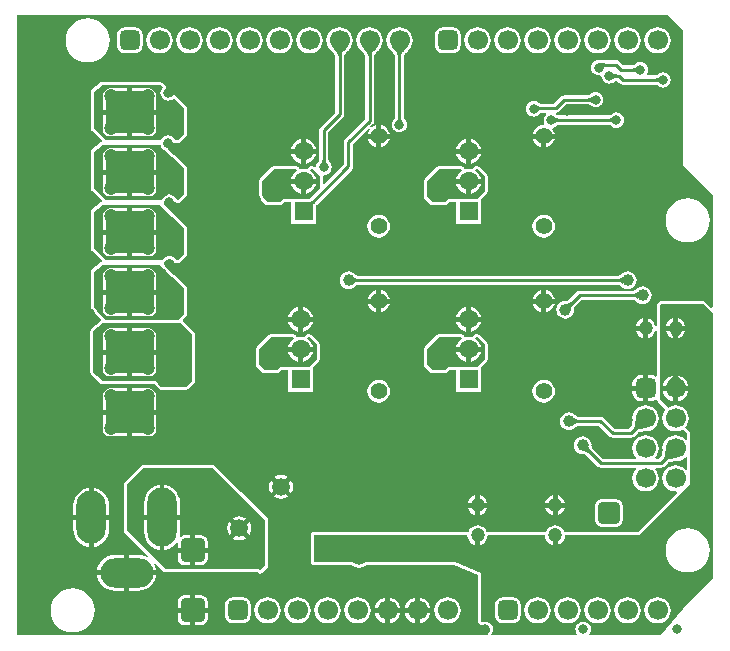
<source format=gbl>
G04 Layer_Physical_Order=2*
G04 Layer_Color=16711680*
%FSAX43Y43*%
%MOMM*%
G71*
G01*
G75*
%ADD10C,0.254*%
G04:AMPARAMS|DCode=13|XSize=2mm|YSize=2mm|CornerRadius=0.3mm|HoleSize=0mm|Usage=FLASHONLY|Rotation=180.000|XOffset=0mm|YOffset=0mm|HoleType=Round|Shape=RoundedRectangle|*
%AMROUNDEDRECTD13*
21,1,2.000,1.400,0,0,180.0*
21,1,1.400,2.000,0,0,180.0*
1,1,0.600,-0.700,0.700*
1,1,0.600,0.700,0.700*
1,1,0.600,0.700,-0.700*
1,1,0.600,-0.700,-0.700*
%
%ADD13ROUNDEDRECTD13*%
%ADD14C,1.200*%
G04:AMPARAMS|DCode=15|XSize=1.8mm|YSize=1.8mm|CornerRadius=0.27mm|HoleSize=0mm|Usage=FLASHONLY|Rotation=180.000|XOffset=0mm|YOffset=0mm|HoleType=Round|Shape=RoundedRectangle|*
%AMROUNDEDRECTD15*
21,1,1.800,1.260,0,0,180.0*
21,1,1.260,1.800,0,0,180.0*
1,1,0.540,-0.630,0.630*
1,1,0.540,0.630,0.630*
1,1,0.540,0.630,-0.630*
1,1,0.540,-0.630,-0.630*
%
%ADD15ROUNDEDRECTD15*%
G04:AMPARAMS|DCode=16|XSize=1.7mm|YSize=1.7mm|CornerRadius=0.425mm|HoleSize=0mm|Usage=FLASHONLY|Rotation=0.000|XOffset=0mm|YOffset=0mm|HoleType=Round|Shape=RoundedRectangle|*
%AMROUNDEDRECTD16*
21,1,1.700,0.850,0,0,0.0*
21,1,0.850,1.700,0,0,0.0*
1,1,0.850,0.425,-0.425*
1,1,0.850,-0.425,-0.425*
1,1,0.850,-0.425,0.425*
1,1,0.850,0.425,0.425*
%
%ADD16ROUNDEDRECTD16*%
%ADD17C,1.700*%
G04:AMPARAMS|DCode=18|XSize=3.5mm|YSize=4mm|CornerRadius=0.35mm|HoleSize=0mm|Usage=FLASHONLY|Rotation=90.000|XOffset=0mm|YOffset=0mm|HoleType=Round|Shape=RoundedRectangle|*
%AMROUNDEDRECTD18*
21,1,3.500,3.300,0,0,90.0*
21,1,2.800,4.000,0,0,90.0*
1,1,0.700,1.650,1.400*
1,1,0.700,1.650,-1.400*
1,1,0.700,-1.650,-1.400*
1,1,0.700,-1.650,1.400*
%
%ADD18ROUNDEDRECTD18*%
%ADD19O,2.500X4.500*%
%ADD20O,2.500X5.000*%
%ADD21O,4.500X2.500*%
G04:AMPARAMS|DCode=22|XSize=1.7mm|YSize=1.7mm|CornerRadius=0.425mm|HoleSize=0mm|Usage=FLASHONLY|Rotation=270.000|XOffset=0mm|YOffset=0mm|HoleType=Round|Shape=RoundedRectangle|*
%AMROUNDEDRECTD22*
21,1,1.700,0.850,0,0,270.0*
21,1,0.850,1.700,0,0,270.0*
1,1,0.850,-0.425,-0.425*
1,1,0.850,-0.425,0.425*
1,1,0.850,0.425,0.425*
1,1,0.850,0.425,-0.425*
%
%ADD22ROUNDEDRECTD22*%
%ADD23C,1.500*%
%ADD24R,1.600X1.600*%
%ADD25C,1.600*%
%ADD26C,1.400*%
%ADD27C,0.800*%
%ADD28C,1.000*%
%ADD29C,0.700*%
G36*
X0056125Y0015406D02*
X0055999Y0015405D01*
X0055773Y0015391D01*
X0055674Y0015378D01*
X0055584Y0015361D01*
X0055503Y0015339D01*
X0055431Y0015313D01*
X0055368Y0015283D01*
X0055314Y0015249D01*
X0055269Y0015211D01*
X0055089Y0015391D01*
X0055127Y0015436D01*
X0055161Y0015490D01*
X0055191Y0015553D01*
X0055217Y0015625D01*
X0055239Y0015706D01*
X0055256Y0015796D01*
X0055269Y0015895D01*
X0055283Y0016121D01*
X0055284Y0016247D01*
X0056125Y0015406D01*
D02*
G37*
G36*
X0048761Y0016444D02*
X0048765Y0016387D01*
X0048772Y0016333D01*
X0048782Y0016282D01*
X0048794Y0016234D01*
X0048810Y0016190D01*
X0048829Y0016149D01*
X0048851Y0016111D01*
X0048876Y0016077D01*
X0048904Y0016046D01*
X0048724Y0015866D01*
X0048693Y0015894D01*
X0048659Y0015919D01*
X0048621Y0015941D01*
X0048580Y0015960D01*
X0048536Y0015976D01*
X0048488Y0015988D01*
X0048437Y0015998D01*
X0048383Y0016005D01*
X0048326Y0016009D01*
X0048265Y0016010D01*
X0048760Y0016505D01*
X0048761Y0016444D01*
D02*
G37*
G36*
X0059282Y0027678D02*
Y0005249D01*
X0056862Y0002828D01*
X0056773Y0002696D01*
X0056756Y0002608D01*
X0054940Y0000408D01*
X0048879D01*
X0048816Y0000535D01*
X0048868Y0000602D01*
X0048933Y0000760D01*
X0048956Y0000930D01*
X0048933Y0001100D01*
X0048868Y0001258D01*
X0048764Y0001394D01*
X0048628Y0001498D01*
X0048470Y0001563D01*
X0048300Y0001586D01*
X0048130Y0001563D01*
X0047972Y0001498D01*
X0047836Y0001394D01*
X0047732Y0001258D01*
X0047667Y0001100D01*
X0047644Y0000930D01*
X0047667Y0000760D01*
X0047732Y0000602D01*
X0047784Y0000535D01*
X0047721Y0000408D01*
X0040589D01*
X0040526Y0000535D01*
X0040578Y0000602D01*
X0040643Y0000760D01*
X0040666Y0000930D01*
X0040643Y0001100D01*
X0040578Y0001258D01*
X0040474Y0001394D01*
X0040338Y0001498D01*
X0040180Y0001563D01*
X0040010Y0001586D01*
X0039840Y0001563D01*
X0039787Y0001541D01*
X0039660Y0001626D01*
Y0005700D01*
X0037460Y0006600D01*
X0025510D01*
Y0008950D01*
X0038456D01*
X0038509Y0008890D01*
X0038538Y0008667D01*
X0038624Y0008459D01*
X0038761Y0008281D01*
X0038939Y0008144D01*
X0039147Y0008058D01*
X0039170Y0008055D01*
Y0008890D01*
X0039570D01*
Y0008055D01*
X0039593Y0008058D01*
X0039801Y0008144D01*
X0039979Y0008281D01*
X0040116Y0008459D01*
X0040202Y0008667D01*
X0040231Y0008890D01*
X0040284Y0008950D01*
X0045036D01*
X0045089Y0008890D01*
X0045118Y0008667D01*
X0045204Y0008459D01*
X0045341Y0008281D01*
X0045519Y0008144D01*
X0045727Y0008058D01*
X0045750Y0008055D01*
Y0008890D01*
X0046150D01*
Y0008055D01*
X0046173Y0008058D01*
X0046381Y0008144D01*
X0046559Y0008281D01*
X0046696Y0008459D01*
X0046782Y0008667D01*
X0046811Y0008890D01*
X0046864Y0008950D01*
X0053060D01*
X0057360Y0013250D01*
Y0017550D01*
X0056932Y0018029D01*
X0057095Y0018241D01*
X0057206Y0018509D01*
X0057243Y0018796D01*
X0057206Y0019083D01*
X0057095Y0019351D01*
X0056919Y0019581D01*
X0056689Y0019757D01*
X0056421Y0019868D01*
X0056134Y0019905D01*
X0055847Y0019868D01*
X0055579Y0019757D01*
X0055467Y0019670D01*
X0054860Y0020350D01*
X0054810Y0020400D01*
X0054810Y0028410D01*
X0054900Y0028500D01*
X0058460D01*
X0059282Y0027678D01*
D02*
G37*
G36*
X0056742Y0051647D02*
Y0040386D01*
X0056742Y0040386D01*
X0056773Y0040230D01*
X0056862Y0040098D01*
X0059282Y0037677D01*
Y0028204D01*
X0059165Y0028156D01*
X0058640Y0028680D01*
X0058558Y0028735D01*
X0058460Y0028755D01*
X0054900D01*
X0054802Y0028735D01*
X0054720Y0028680D01*
X0054630Y0028590D01*
X0054575Y0028508D01*
X0054555Y0028410D01*
Y0026631D01*
X0054428Y0026623D01*
X0054426Y0026639D01*
X0054340Y0026847D01*
X0054203Y0027025D01*
X0054025Y0027162D01*
X0053817Y0027248D01*
X0053794Y0027251D01*
Y0026416D01*
Y0025581D01*
X0053817Y0025584D01*
X0054025Y0025670D01*
X0054203Y0025807D01*
X0054340Y0025985D01*
X0054426Y0026193D01*
X0054428Y0026209D01*
X0054555Y0026201D01*
X0054555Y0022366D01*
X0054428Y0022303D01*
X0054361Y0022354D01*
X0054196Y0022423D01*
X0054019Y0022446D01*
X0053794D01*
Y0021336D01*
Y0020226D01*
X0054019D01*
X0054196Y0020249D01*
X0054361Y0020318D01*
X0054431Y0020372D01*
X0054479Y0020368D01*
X0054571Y0020319D01*
X0054575Y0020302D01*
X0054630Y0020220D01*
X0054675Y0020175D01*
X0055277Y0019501D01*
X0055278Y0019488D01*
X0055173Y0019351D01*
X0055062Y0019083D01*
X0055025Y0018796D01*
X0055062Y0018509D01*
X0055173Y0018241D01*
X0055349Y0018011D01*
X0055579Y0017835D01*
X0055847Y0017724D01*
X0056134Y0017687D01*
X0056421Y0017724D01*
X0056689Y0017835D01*
X0056725Y0017863D01*
X0056742Y0017859D01*
X0057105Y0017453D01*
Y0017006D01*
X0056978Y0016963D01*
X0056919Y0017041D01*
X0056689Y0017217D01*
X0056421Y0017328D01*
X0056134Y0017365D01*
X0055847Y0017328D01*
X0055579Y0017217D01*
X0055349Y0017041D01*
X0055173Y0016811D01*
X0055062Y0016543D01*
X0055025Y0016256D01*
X0055029Y0016222D01*
X0055028Y0016130D01*
X0055015Y0015920D01*
X0055004Y0015837D01*
X0054990Y0015763D01*
X0054973Y0015700D01*
X0054956Y0015650D01*
X0054938Y0015613D01*
X0054922Y0015587D01*
X0054705Y0015370D01*
X0054438D01*
X0054398Y0015497D01*
X0054555Y0015701D01*
X0054666Y0015969D01*
X0054703Y0016256D01*
X0054666Y0016543D01*
X0054555Y0016811D01*
X0054379Y0017041D01*
X0054149Y0017217D01*
X0053881Y0017328D01*
X0053594Y0017365D01*
X0053307Y0017328D01*
X0053039Y0017217D01*
X0052809Y0017041D01*
X0052633Y0016811D01*
X0052522Y0016543D01*
X0052485Y0016256D01*
X0052522Y0015969D01*
X0052633Y0015701D01*
X0052790Y0015497D01*
X0052750Y0015370D01*
X0049943D01*
X0049070Y0016244D01*
X0049065Y0016250D01*
X0049056Y0016267D01*
X0049046Y0016286D01*
X0049038Y0016311D01*
X0049030Y0016339D01*
X0049023Y0016373D01*
X0049019Y0016411D01*
X0049016Y0016455D01*
X0049015Y0016499D01*
X0049016Y0016510D01*
X0048991Y0016706D01*
X0048915Y0016888D01*
X0048795Y0017045D01*
X0048638Y0017165D01*
X0048456Y0017241D01*
X0048260Y0017266D01*
X0048064Y0017241D01*
X0047882Y0017165D01*
X0047725Y0017045D01*
X0047605Y0016888D01*
X0047529Y0016706D01*
X0047504Y0016510D01*
X0047529Y0016314D01*
X0047605Y0016132D01*
X0047725Y0015975D01*
X0047882Y0015855D01*
X0048064Y0015779D01*
X0048260Y0015754D01*
X0048271Y0015755D01*
X0048315Y0015754D01*
X0048359Y0015751D01*
X0048397Y0015747D01*
X0048431Y0015740D01*
X0048459Y0015732D01*
X0048484Y0015724D01*
X0048503Y0015714D01*
X0048520Y0015705D01*
X0048526Y0015700D01*
X0049512Y0014714D01*
X0049512Y0014714D01*
X0049637Y0014631D01*
X0049784Y0014602D01*
X0052750D01*
X0052790Y0014475D01*
X0052633Y0014271D01*
X0052522Y0014003D01*
X0052485Y0013716D01*
X0052522Y0013429D01*
X0052633Y0013161D01*
X0052809Y0012931D01*
X0053039Y0012755D01*
X0053307Y0012644D01*
X0053594Y0012607D01*
X0053881Y0012644D01*
X0054149Y0012755D01*
X0054379Y0012931D01*
X0054555Y0013161D01*
X0054666Y0013429D01*
X0054703Y0013716D01*
X0054666Y0014003D01*
X0054555Y0014271D01*
X0054398Y0014475D01*
X0054438Y0014602D01*
X0054864D01*
X0054864Y0014602D01*
X0055011Y0014631D01*
X0055136Y0014714D01*
X0055465Y0015044D01*
X0055491Y0015060D01*
X0055528Y0015078D01*
X0055578Y0015095D01*
X0055641Y0015112D01*
X0055715Y0015126D01*
X0055798Y0015137D01*
X0056008Y0015150D01*
X0056100Y0015151D01*
X0056134Y0015147D01*
X0056421Y0015184D01*
X0056689Y0015295D01*
X0056919Y0015471D01*
X0056978Y0015549D01*
X0057105Y0015506D01*
Y0014466D01*
X0056978Y0014423D01*
X0056919Y0014501D01*
X0056689Y0014677D01*
X0056421Y0014788D01*
X0056134Y0014825D01*
X0055847Y0014788D01*
X0055579Y0014677D01*
X0055349Y0014501D01*
X0055173Y0014271D01*
X0055062Y0014003D01*
X0055025Y0013716D01*
X0055062Y0013429D01*
X0055173Y0013161D01*
X0055349Y0012931D01*
X0055579Y0012755D01*
X0055847Y0012644D01*
X0056134Y0012607D01*
X0056194Y0012614D01*
X0056250Y0012500D01*
X0052954Y0009205D01*
X0046864D01*
X0046856Y0009203D01*
X0046847Y0009204D01*
X0046807Y0009194D01*
X0046766Y0009185D01*
X0046703Y0009293D01*
X0046692Y0009319D01*
X0046556Y0009496D01*
X0046379Y0009632D01*
X0046172Y0009718D01*
X0045950Y0009747D01*
X0045728Y0009718D01*
X0045521Y0009632D01*
X0045344Y0009496D01*
X0045208Y0009319D01*
X0045197Y0009293D01*
X0045134Y0009185D01*
X0045093Y0009194D01*
X0045053Y0009204D01*
X0045044Y0009203D01*
X0045036Y0009205D01*
X0040284D01*
X0040276Y0009203D01*
X0040267Y0009204D01*
X0040227Y0009194D01*
X0040186Y0009185D01*
X0040123Y0009293D01*
X0040112Y0009319D01*
X0039976Y0009496D01*
X0039799Y0009632D01*
X0039592Y0009718D01*
X0039370Y0009747D01*
X0039148Y0009718D01*
X0038941Y0009632D01*
X0038764Y0009496D01*
X0038628Y0009319D01*
X0038617Y0009293D01*
X0038554Y0009185D01*
X0038513Y0009194D01*
X0038473Y0009204D01*
X0038464Y0009203D01*
X0038456Y0009205D01*
X0025510D01*
X0025412Y0009185D01*
X0025330Y0009130D01*
X0025275Y0009048D01*
X0025255Y0008950D01*
Y0006600D01*
X0025275Y0006502D01*
X0025330Y0006420D01*
X0025412Y0006365D01*
X0025510Y0006345D01*
X0028716D01*
X0028806Y0006277D01*
X0029049Y0006176D01*
X0029310Y0006141D01*
X0029571Y0006176D01*
X0029814Y0006277D01*
X0029904Y0006345D01*
X0037410D01*
X0039405Y0005529D01*
Y0001626D01*
X0039410Y0001601D01*
Y0001576D01*
X0039420Y0001553D01*
X0039425Y0001528D01*
X0039438Y0001508D01*
X0039448Y0001484D01*
X0039466Y0001467D01*
X0039480Y0001446D01*
X0039501Y0001432D01*
X0039518Y0001414D01*
X0039645Y0001329D01*
X0039669Y0001320D01*
X0039689Y0001306D01*
X0039714Y0001301D01*
X0039737Y0001291D01*
X0039762D01*
X0039787Y0001286D01*
X0039812Y0001291D01*
X0039837D01*
X0039860Y0001301D01*
X0039885Y0001306D01*
X0039907Y0001315D01*
X0040010Y0001329D01*
X0040113Y0001315D01*
X0040209Y0001275D01*
X0040292Y0001212D01*
X0040355Y0001129D01*
X0040395Y0001033D01*
X0040409Y0000930D01*
X0040395Y0000827D01*
X0040355Y0000731D01*
X0040324Y0000690D01*
X0040305Y0000653D01*
X0040285Y0000617D01*
X0040284Y0000608D01*
X0040280Y0000601D01*
X0040277Y0000559D01*
X0040272Y0000518D01*
X0040244Y0000472D01*
X0040186Y0000415D01*
X0040170Y0000408D01*
X0000408D01*
Y0052932D01*
X0055457D01*
X0056742Y0051647D01*
D02*
G37*
%LPC*%
G36*
X0044958Y0022040D02*
X0044710Y0022008D01*
X0044479Y0021912D01*
X0044280Y0021760D01*
X0044128Y0021561D01*
X0044032Y0021330D01*
X0044000Y0021082D01*
X0044032Y0020834D01*
X0044128Y0020603D01*
X0044280Y0020404D01*
X0044479Y0020252D01*
X0044710Y0020156D01*
X0044958Y0020124D01*
X0045206Y0020156D01*
X0045437Y0020252D01*
X0045636Y0020404D01*
X0045788Y0020603D01*
X0045884Y0020834D01*
X0045916Y0021082D01*
X0045884Y0021330D01*
X0045788Y0021561D01*
X0045636Y0021760D01*
X0045437Y0021912D01*
X0045206Y0022008D01*
X0044958Y0022040D01*
D02*
G37*
G36*
X0030988D02*
X0030740Y0022008D01*
X0030509Y0021912D01*
X0030310Y0021760D01*
X0030158Y0021561D01*
X0030062Y0021330D01*
X0030030Y0021082D01*
X0030062Y0020834D01*
X0030158Y0020603D01*
X0030310Y0020404D01*
X0030509Y0020252D01*
X0030740Y0020156D01*
X0030988Y0020124D01*
X0031236Y0020156D01*
X0031467Y0020252D01*
X0031666Y0020404D01*
X0031818Y0020603D01*
X0031914Y0020834D01*
X0031946Y0021082D01*
X0031914Y0021330D01*
X0031818Y0021561D01*
X0031666Y0021760D01*
X0031467Y0021912D01*
X0031236Y0022008D01*
X0030988Y0022040D01*
D02*
G37*
G36*
X0011556Y0021320D02*
X0010106D01*
Y0019504D01*
X0012171D01*
Y0020704D01*
X0012125Y0020940D01*
X0011991Y0021140D01*
X0011791Y0021273D01*
X0011556Y0021320D01*
D02*
G37*
G36*
X0053394Y0021136D02*
X0052484D01*
Y0020911D01*
X0052507Y0020734D01*
X0052576Y0020569D01*
X0052685Y0020427D01*
X0052827Y0020318D01*
X0052992Y0020249D01*
X0053169Y0020226D01*
X0053394D01*
Y0021136D01*
D02*
G37*
G36*
Y0022446D02*
X0053169D01*
X0052992Y0022423D01*
X0052827Y0022354D01*
X0052685Y0022245D01*
X0052576Y0022103D01*
X0052507Y0021938D01*
X0052484Y0021761D01*
Y0021536D01*
X0053394D01*
Y0022446D01*
D02*
G37*
G36*
X0055927Y0022422D02*
X0055846Y0022412D01*
X0055577Y0022300D01*
X0055347Y0022123D01*
X0055170Y0021893D01*
X0055058Y0021624D01*
X0055047Y0021536D01*
X0055934D01*
Y0021943D01*
X0055539D01*
X0055628Y0022033D01*
X0055778Y0022203D01*
X0055839Y0022282D01*
X0055890Y0022358D01*
X0055927Y0022422D01*
D02*
G37*
G36*
X0055934Y0021136D02*
X0055047D01*
X0055058Y0021048D01*
X0055170Y0020779D01*
X0055347Y0020549D01*
X0055577Y0020372D01*
X0055846Y0020260D01*
X0055934Y0020249D01*
Y0021136D01*
D02*
G37*
G36*
X0057221D02*
X0056334D01*
Y0020249D01*
X0056422Y0020260D01*
X0056691Y0020372D01*
X0056921Y0020549D01*
X0057098Y0020779D01*
X0057210Y0021048D01*
X0057221Y0021136D01*
D02*
G37*
G36*
X0009706Y0021320D02*
X0008256D01*
X0008020Y0021273D01*
X0007820Y0021140D01*
X0007687Y0020940D01*
X0007640Y0020704D01*
Y0019504D01*
X0009706D01*
Y0021320D01*
D02*
G37*
G36*
X0022728Y0014030D02*
X0022466Y0013996D01*
X0022221Y0013895D01*
X0022172Y0013857D01*
X0022728Y0013301D01*
X0023284Y0013857D01*
X0023234Y0013895D01*
X0022990Y0013996D01*
X0022728Y0014030D01*
D02*
G37*
G36*
Y0012735D02*
X0022172Y0012179D01*
X0022221Y0012141D01*
X0022466Y0012040D01*
X0022728Y0012005D01*
X0022990Y0012040D01*
X0023234Y0012141D01*
X0023284Y0012179D01*
X0022728Y0012735D01*
D02*
G37*
G36*
X0021889Y0013574D02*
X0021851Y0013524D01*
X0021750Y0013280D01*
X0021715Y0013018D01*
X0021750Y0012756D01*
X0021851Y0012511D01*
X0021889Y0012462D01*
X0022445Y0013018D01*
X0021889Y0013574D01*
D02*
G37*
G36*
X0023567D02*
X0023011Y0013018D01*
X0023567Y0012462D01*
X0023605Y0012511D01*
X0023706Y0012756D01*
X0023740Y0013018D01*
X0023706Y0013280D01*
X0023605Y0013524D01*
X0023567Y0013574D01*
D02*
G37*
G36*
X0012171Y0019104D02*
X0010106D01*
Y0017289D01*
X0011556D01*
X0011791Y0017335D01*
X0011991Y0017469D01*
X0012125Y0017669D01*
X0012171Y0017904D01*
Y0019104D01*
D02*
G37*
G36*
X0053594Y0019905D02*
X0053307Y0019868D01*
X0053039Y0019757D01*
X0052809Y0019581D01*
X0052633Y0019351D01*
X0052522Y0019083D01*
X0052485Y0018796D01*
X0052489Y0018762D01*
X0052488Y0018670D01*
X0052475Y0018460D01*
X0052464Y0018377D01*
X0052450Y0018303D01*
X0052433Y0018240D01*
X0052416Y0018190D01*
X0052398Y0018153D01*
X0052382Y0018127D01*
X0052165Y0017910D01*
X0050959D01*
X0050048Y0018822D01*
X0049923Y0018905D01*
X0049776Y0018934D01*
X0049776Y0018934D01*
X0047870D01*
X0047863Y0018936D01*
X0047845Y0018940D01*
X0047824Y0018948D01*
X0047801Y0018959D01*
X0047775Y0018974D01*
X0047747Y0018993D01*
X0047716Y0019017D01*
X0047683Y0019045D01*
X0047652Y0019076D01*
X0047645Y0019085D01*
X0047488Y0019205D01*
X0047306Y0019281D01*
X0047110Y0019306D01*
X0046914Y0019281D01*
X0046732Y0019205D01*
X0046575Y0019085D01*
X0046455Y0018928D01*
X0046379Y0018746D01*
X0046354Y0018550D01*
X0046379Y0018354D01*
X0046455Y0018172D01*
X0046575Y0018015D01*
X0046732Y0017895D01*
X0046914Y0017819D01*
X0047110Y0017794D01*
X0047306Y0017819D01*
X0047488Y0017895D01*
X0047645Y0018015D01*
X0047652Y0018024D01*
X0047683Y0018055D01*
X0047716Y0018083D01*
X0047747Y0018107D01*
X0047775Y0018126D01*
X0047801Y0018141D01*
X0047824Y0018152D01*
X0047845Y0018160D01*
X0047863Y0018164D01*
X0047870Y0018166D01*
X0049617D01*
X0050528Y0017254D01*
X0050528Y0017254D01*
X0050653Y0017171D01*
X0050800Y0017142D01*
X0052324D01*
X0052324Y0017142D01*
X0052471Y0017171D01*
X0052596Y0017254D01*
X0052925Y0017584D01*
X0052951Y0017600D01*
X0052988Y0017618D01*
X0053038Y0017635D01*
X0053101Y0017652D01*
X0053175Y0017666D01*
X0053258Y0017677D01*
X0053468Y0017690D01*
X0053560Y0017691D01*
X0053594Y0017687D01*
X0053881Y0017724D01*
X0054149Y0017835D01*
X0054379Y0018011D01*
X0054555Y0018241D01*
X0054666Y0018509D01*
X0054703Y0018796D01*
X0054666Y0019083D01*
X0054555Y0019351D01*
X0054379Y0019581D01*
X0054149Y0019757D01*
X0053881Y0019868D01*
X0053594Y0019905D01*
D02*
G37*
G36*
X0046150Y0012265D02*
Y0011630D01*
X0046785D01*
X0046782Y0011653D01*
X0046696Y0011861D01*
X0046559Y0012039D01*
X0046381Y0012176D01*
X0046173Y0012262D01*
X0046150Y0012265D01*
D02*
G37*
G36*
X0009706Y0019104D02*
X0007640D01*
Y0017904D01*
X0007687Y0017669D01*
X0007820Y0017469D01*
X0008020Y0017335D01*
X0008256Y0017289D01*
X0009706D01*
Y0019104D01*
D02*
G37*
G36*
X0056341Y0022422D02*
X0056378Y0022358D01*
X0056429Y0022282D01*
X0056490Y0022203D01*
X0056640Y0022033D01*
X0056729Y0021943D01*
X0056334D01*
Y0021536D01*
X0057221D01*
X0057210Y0021624D01*
X0057098Y0021893D01*
X0056921Y0022123D01*
X0056691Y0022300D01*
X0056422Y0022412D01*
X0056341Y0022422D01*
D02*
G37*
G36*
X0024584Y0028215D02*
Y0027378D01*
X0025421D01*
X0025411Y0027453D01*
X0025305Y0027710D01*
X0025136Y0027930D01*
X0024916Y0028099D01*
X0024659Y0028205D01*
X0024584Y0028215D01*
D02*
G37*
G36*
X0038408D02*
X0038333Y0028205D01*
X0038076Y0028099D01*
X0037856Y0027930D01*
X0037687Y0027710D01*
X0037581Y0027453D01*
X0037571Y0027378D01*
X0038408D01*
Y0028215D01*
D02*
G37*
G36*
X0024184D02*
X0024109Y0028205D01*
X0023852Y0028099D01*
X0023632Y0027930D01*
X0023463Y0027710D01*
X0023357Y0027453D01*
X0023347Y0027378D01*
X0024184D01*
Y0028215D01*
D02*
G37*
G36*
X0055934Y0027251D02*
X0055911Y0027248D01*
X0055703Y0027162D01*
X0055525Y0027025D01*
X0055388Y0026847D01*
X0055302Y0026639D01*
X0055299Y0026616D01*
X0055934D01*
Y0027251D01*
D02*
G37*
G36*
X0056334D02*
Y0026616D01*
X0056969D01*
X0056966Y0026639D01*
X0056880Y0026847D01*
X0056743Y0027025D01*
X0056565Y0027162D01*
X0056357Y0027248D01*
X0056334Y0027251D01*
D02*
G37*
G36*
X0044758Y0028502D02*
X0044022D01*
X0044029Y0028453D01*
X0044125Y0028221D01*
X0044278Y0028022D01*
X0044477Y0027869D01*
X0044709Y0027773D01*
X0044758Y0027766D01*
Y0028502D01*
D02*
G37*
G36*
X0045894D02*
X0045158D01*
Y0027766D01*
X0045207Y0027773D01*
X0045439Y0027869D01*
X0045638Y0028022D01*
X0045791Y0028221D01*
X0045887Y0028453D01*
X0045894Y0028502D01*
D02*
G37*
G36*
X0031924D02*
X0031188D01*
Y0027766D01*
X0031237Y0027773D01*
X0031469Y0027869D01*
X0031668Y0028022D01*
X0031821Y0028221D01*
X0031917Y0028453D01*
X0031924Y0028502D01*
D02*
G37*
G36*
X0038808Y0028215D02*
Y0027378D01*
X0039645D01*
X0039635Y0027453D01*
X0039529Y0027710D01*
X0039360Y0027930D01*
X0039140Y0028099D01*
X0038883Y0028205D01*
X0038808Y0028215D01*
D02*
G37*
G36*
X0030788Y0028502D02*
X0030052D01*
X0030059Y0028453D01*
X0030155Y0028221D01*
X0030308Y0028022D01*
X0030507Y0027869D01*
X0030739Y0027773D01*
X0030788Y0027766D01*
Y0028502D01*
D02*
G37*
G36*
X0025146Y0025911D02*
X0024997D01*
X0024989Y0025909D01*
X0024981Y0025910D01*
X0024941Y0025900D01*
X0024900Y0025891D01*
X0024893Y0025887D01*
X0024885Y0025885D01*
X0024852Y0025859D01*
X0024817Y0025836D01*
X0024812Y0025829D01*
X0024806Y0025824D01*
X0024785Y0025788D01*
X0024762Y0025754D01*
X0024730Y0025694D01*
X0024658Y0025661D01*
X0024384Y0025697D01*
X0024110Y0025661D01*
X0024038Y0025694D01*
X0024006Y0025754D01*
X0023983Y0025788D01*
X0023962Y0025824D01*
X0023956Y0025829D01*
X0023951Y0025836D01*
X0023916Y0025859D01*
X0023883Y0025885D01*
X0023875Y0025887D01*
X0023868Y0025891D01*
X0023827Y0025900D01*
X0023787Y0025910D01*
X0023779Y0025909D01*
X0023771Y0025911D01*
X0021846D01*
X0021748Y0025891D01*
X0021666Y0025836D01*
X0020666Y0024836D01*
X0020611Y0024754D01*
X0020591Y0024656D01*
Y0023346D01*
X0020611Y0023248D01*
X0020666Y0023166D01*
X0021156Y0022676D01*
X0021238Y0022621D01*
X0021336Y0022601D01*
X0022416D01*
X0022514Y0022621D01*
X0022596Y0022676D01*
X0022812Y0022891D01*
X0023334D01*
Y0021048D01*
X0025434D01*
Y0023114D01*
X0025926Y0023606D01*
X0025981Y0023688D01*
X0026001Y0023786D01*
Y0025056D01*
X0025981Y0025154D01*
X0025926Y0025236D01*
X0025326Y0025836D01*
X0025244Y0025891D01*
X0025146Y0025911D01*
D02*
G37*
G36*
X0039370D02*
X0039221D01*
X0039213Y0025909D01*
X0039205Y0025910D01*
X0039165Y0025900D01*
X0039124Y0025891D01*
X0039117Y0025887D01*
X0039109Y0025885D01*
X0039076Y0025859D01*
X0039041Y0025836D01*
X0039036Y0025829D01*
X0039030Y0025824D01*
X0039009Y0025788D01*
X0038986Y0025754D01*
X0038954Y0025694D01*
X0038882Y0025661D01*
X0038608Y0025697D01*
X0038334Y0025661D01*
X0038262Y0025694D01*
X0038230Y0025754D01*
X0038207Y0025788D01*
X0038186Y0025824D01*
X0038180Y0025829D01*
X0038175Y0025836D01*
X0038140Y0025859D01*
X0038107Y0025885D01*
X0038099Y0025887D01*
X0038092Y0025891D01*
X0038051Y0025900D01*
X0038011Y0025910D01*
X0038003Y0025909D01*
X0037995Y0025911D01*
X0036070D01*
X0035972Y0025891D01*
X0035890Y0025836D01*
X0034890Y0024836D01*
X0034835Y0024754D01*
X0034815Y0024656D01*
Y0023346D01*
X0034835Y0023248D01*
X0034890Y0023166D01*
X0035380Y0022676D01*
X0035462Y0022621D01*
X0035560Y0022601D01*
X0036640D01*
X0036738Y0022621D01*
X0036820Y0022676D01*
X0037036Y0022891D01*
X0037558D01*
Y0021048D01*
X0039658D01*
Y0023114D01*
X0040150Y0023606D01*
X0040205Y0023688D01*
X0040225Y0023786D01*
Y0025056D01*
X0040205Y0025154D01*
X0040150Y0025236D01*
X0039550Y0025836D01*
X0039468Y0025891D01*
X0039370Y0025911D01*
D02*
G37*
G36*
X0056969Y0026216D02*
X0056334D01*
Y0025988D01*
X0056554D01*
X0056498Y0025931D01*
X0056405Y0025820D01*
X0056366Y0025767D01*
X0056334Y0025714D01*
X0056334Y0025714D01*
Y0025581D01*
X0056357Y0025584D01*
X0056565Y0025670D01*
X0056743Y0025807D01*
X0056880Y0025985D01*
X0056966Y0026193D01*
X0056969Y0026216D01*
D02*
G37*
G36*
X0053394D02*
X0052759D01*
X0052762Y0026193D01*
X0052848Y0025985D01*
X0052985Y0025807D01*
X0053163Y0025670D01*
X0053371Y0025584D01*
X0053394Y0025581D01*
Y0026216D01*
D02*
G37*
G36*
X0055934D02*
X0055299D01*
X0055302Y0026193D01*
X0055388Y0025985D01*
X0055525Y0025807D01*
X0055703Y0025670D01*
X0055911Y0025584D01*
X0055934Y0025581D01*
Y0025714D01*
X0055934Y0025714D01*
X0055902Y0025767D01*
X0055863Y0025820D01*
X0055819Y0025875D01*
X0055714Y0025988D01*
X0055934D01*
Y0026216D01*
D02*
G37*
G36*
X0039645Y0026978D02*
X0038808D01*
Y0026141D01*
X0038883Y0026151D01*
X0039140Y0026257D01*
X0039360Y0026426D01*
X0039529Y0026646D01*
X0039635Y0026903D01*
X0039645Y0026978D01*
D02*
G37*
G36*
X0053394Y0027251D02*
X0053371Y0027248D01*
X0053163Y0027162D01*
X0052985Y0027025D01*
X0052848Y0026847D01*
X0052762Y0026639D01*
X0052759Y0026616D01*
X0053394D01*
Y0027251D01*
D02*
G37*
G36*
X0038408Y0026978D02*
X0037571D01*
X0037581Y0026903D01*
X0037687Y0026646D01*
X0037856Y0026426D01*
X0038076Y0026257D01*
X0038333Y0026151D01*
X0038408Y0026141D01*
Y0026978D01*
D02*
G37*
G36*
X0024184D02*
X0023347D01*
X0023357Y0026903D01*
X0023463Y0026646D01*
X0023632Y0026426D01*
X0023852Y0026257D01*
X0024109Y0026151D01*
X0024184Y0026141D01*
Y0026978D01*
D02*
G37*
G36*
X0025421D02*
X0024584D01*
Y0026141D01*
X0024659Y0026151D01*
X0024916Y0026257D01*
X0025136Y0026426D01*
X0025305Y0026646D01*
X0025411Y0026903D01*
X0025421Y0026978D01*
D02*
G37*
G36*
X0045750Y0012265D02*
X0045727Y0012262D01*
X0045519Y0012176D01*
X0045341Y0012039D01*
X0045204Y0011861D01*
X0045118Y0011653D01*
X0045115Y0011630D01*
X0045750D01*
Y0012265D01*
D02*
G37*
G36*
X0019475Y0003646D02*
X0018625D01*
X0018449Y0003623D01*
X0018285Y0003555D01*
X0018144Y0003446D01*
X0018035Y0003305D01*
X0017967Y0003141D01*
X0017944Y0002965D01*
Y0002115D01*
X0017967Y0001939D01*
X0018035Y0001775D01*
X0018144Y0001634D01*
X0018285Y0001525D01*
X0018449Y0001457D01*
X0018625Y0001434D01*
X0019475D01*
X0019651Y0001457D01*
X0019815Y0001525D01*
X0019956Y0001634D01*
X0020065Y0001775D01*
X0020133Y0001939D01*
X0020156Y0002115D01*
Y0002965D01*
X0020133Y0003141D01*
X0020065Y0003305D01*
X0019956Y0003446D01*
X0019815Y0003555D01*
X0019651Y0003623D01*
X0019475Y0003646D01*
D02*
G37*
G36*
X0042335D02*
X0041485D01*
X0041309Y0003623D01*
X0041145Y0003555D01*
X0041004Y0003446D01*
X0040895Y0003305D01*
X0040827Y0003141D01*
X0040804Y0002965D01*
Y0002115D01*
X0040827Y0001939D01*
X0040895Y0001775D01*
X0041004Y0001634D01*
X0041145Y0001525D01*
X0041309Y0001457D01*
X0041485Y0001434D01*
X0042335D01*
X0042511Y0001457D01*
X0042675Y0001525D01*
X0042816Y0001634D01*
X0042925Y0001775D01*
X0042993Y0001939D01*
X0043016Y0002115D01*
Y0002965D01*
X0042993Y0003141D01*
X0042925Y0003305D01*
X0042816Y0003446D01*
X0042675Y0003555D01*
X0042511Y0003623D01*
X0042335Y0003646D01*
D02*
G37*
G36*
X0054610Y0003649D02*
X0054323Y0003612D01*
X0054055Y0003501D01*
X0053825Y0003325D01*
X0053649Y0003095D01*
X0053538Y0002827D01*
X0053501Y0002540D01*
X0053538Y0002253D01*
X0053649Y0001985D01*
X0053825Y0001755D01*
X0054055Y0001579D01*
X0054323Y0001468D01*
X0054610Y0001431D01*
X0054897Y0001468D01*
X0055165Y0001579D01*
X0055395Y0001755D01*
X0055571Y0001985D01*
X0055682Y0002253D01*
X0055719Y0002540D01*
X0055682Y0002827D01*
X0055571Y0003095D01*
X0055395Y0003325D01*
X0055165Y0003501D01*
X0054897Y0003612D01*
X0054610Y0003649D01*
D02*
G37*
G36*
X0049530D02*
X0049243Y0003612D01*
X0048975Y0003501D01*
X0048745Y0003325D01*
X0048569Y0003095D01*
X0048458Y0002827D01*
X0048421Y0002540D01*
X0048458Y0002253D01*
X0048569Y0001985D01*
X0048745Y0001755D01*
X0048975Y0001579D01*
X0049243Y0001468D01*
X0049530Y0001431D01*
X0049817Y0001468D01*
X0050085Y0001579D01*
X0050315Y0001755D01*
X0050491Y0001985D01*
X0050602Y0002253D01*
X0050639Y0002540D01*
X0050602Y0002827D01*
X0050491Y0003095D01*
X0050315Y0003325D01*
X0050085Y0003501D01*
X0049817Y0003612D01*
X0049530Y0003649D01*
D02*
G37*
G36*
X0052070D02*
X0051783Y0003612D01*
X0051515Y0003501D01*
X0051285Y0003325D01*
X0051109Y0003095D01*
X0050998Y0002827D01*
X0050961Y0002540D01*
X0050998Y0002253D01*
X0051109Y0001985D01*
X0051285Y0001755D01*
X0051515Y0001579D01*
X0051783Y0001468D01*
X0052070Y0001431D01*
X0052357Y0001468D01*
X0052625Y0001579D01*
X0052855Y0001755D01*
X0053031Y0001985D01*
X0053142Y0002253D01*
X0053179Y0002540D01*
X0053142Y0002827D01*
X0053031Y0003095D01*
X0052855Y0003325D01*
X0052625Y0003501D01*
X0052357Y0003612D01*
X0052070Y0003649D01*
D02*
G37*
G36*
X0035377Y0002340D02*
X0034490D01*
Y0001453D01*
X0034578Y0001464D01*
X0034847Y0001576D01*
X0035077Y0001753D01*
X0035254Y0001983D01*
X0035366Y0002252D01*
X0035377Y0002340D01*
D02*
G37*
G36*
X0015040Y0003805D02*
X0014540D01*
X0014324Y0003762D01*
X0014141Y0003639D01*
X0014018Y0003456D01*
X0013975Y0003240D01*
Y0002740D01*
X0015040D01*
Y0003805D01*
D02*
G37*
G36*
X0034090Y0002340D02*
X0033203D01*
X0033214Y0002252D01*
X0033326Y0001983D01*
X0033503Y0001753D01*
X0033733Y0001576D01*
X0034002Y0001464D01*
X0034090Y0001453D01*
Y0002340D01*
D02*
G37*
G36*
X0031550D02*
X0030663D01*
X0030674Y0002252D01*
X0030786Y0001983D01*
X0030963Y0001753D01*
X0031193Y0001576D01*
X0031462Y0001464D01*
X0031550Y0001453D01*
Y0002340D01*
D02*
G37*
G36*
X0032837D02*
X0031950D01*
Y0001453D01*
X0032038Y0001464D01*
X0032307Y0001576D01*
X0032537Y0001753D01*
X0032714Y0001983D01*
X0032826Y0002252D01*
X0032837Y0002340D01*
D02*
G37*
G36*
X0021590Y0003649D02*
X0021303Y0003612D01*
X0021035Y0003501D01*
X0020805Y0003325D01*
X0020629Y0003095D01*
X0020518Y0002827D01*
X0020481Y0002540D01*
X0020518Y0002253D01*
X0020629Y0001985D01*
X0020805Y0001755D01*
X0021035Y0001579D01*
X0021303Y0001468D01*
X0021590Y0001431D01*
X0021877Y0001468D01*
X0022145Y0001579D01*
X0022375Y0001755D01*
X0022551Y0001985D01*
X0022662Y0002253D01*
X0022699Y0002540D01*
X0022662Y0002827D01*
X0022551Y0003095D01*
X0022375Y0003325D01*
X0022145Y0003501D01*
X0021877Y0003612D01*
X0021590Y0003649D01*
D02*
G37*
G36*
X0024130D02*
X0023843Y0003612D01*
X0023575Y0003501D01*
X0023345Y0003325D01*
X0023169Y0003095D01*
X0023058Y0002827D01*
X0023021Y0002540D01*
X0023058Y0002253D01*
X0023169Y0001985D01*
X0023345Y0001755D01*
X0023575Y0001579D01*
X0023843Y0001468D01*
X0024130Y0001431D01*
X0024417Y0001468D01*
X0024685Y0001579D01*
X0024915Y0001755D01*
X0025091Y0001985D01*
X0025202Y0002253D01*
X0025239Y0002540D01*
X0025202Y0002827D01*
X0025091Y0003095D01*
X0024915Y0003325D01*
X0024685Y0003501D01*
X0024417Y0003612D01*
X0024130Y0003649D01*
D02*
G37*
G36*
X0016505Y0002340D02*
X0015440D01*
Y0001275D01*
X0015940D01*
X0016156Y0001318D01*
X0016339Y0001441D01*
X0016462Y0001624D01*
X0016505Y0001840D01*
Y0002340D01*
D02*
G37*
G36*
X0005080Y0004399D02*
X0004717Y0004363D01*
X0004369Y0004257D01*
X0004047Y0004086D01*
X0003766Y0003854D01*
X0003534Y0003573D01*
X0003363Y0003251D01*
X0003257Y0002903D01*
X0003221Y0002540D01*
X0003257Y0002177D01*
X0003363Y0001829D01*
X0003534Y0001507D01*
X0003766Y0001226D01*
X0004047Y0000994D01*
X0004369Y0000823D01*
X0004717Y0000717D01*
X0005080Y0000681D01*
X0005443Y0000717D01*
X0005791Y0000823D01*
X0006113Y0000994D01*
X0006394Y0001226D01*
X0006626Y0001507D01*
X0006797Y0001829D01*
X0006903Y0002177D01*
X0006939Y0002540D01*
X0006903Y0002903D01*
X0006797Y0003251D01*
X0006626Y0003573D01*
X0006394Y0003854D01*
X0006113Y0004086D01*
X0005791Y0004257D01*
X0005443Y0004363D01*
X0005080Y0004399D01*
D02*
G37*
G36*
X0015040Y0002340D02*
X0013975D01*
Y0001840D01*
X0014018Y0001624D01*
X0014141Y0001441D01*
X0014324Y0001318D01*
X0014540Y0001275D01*
X0015040D01*
Y0002340D01*
D02*
G37*
G36*
X0044450Y0003649D02*
X0044163Y0003612D01*
X0043895Y0003501D01*
X0043665Y0003325D01*
X0043489Y0003095D01*
X0043378Y0002827D01*
X0043341Y0002540D01*
X0043378Y0002253D01*
X0043489Y0001985D01*
X0043665Y0001755D01*
X0043895Y0001579D01*
X0044163Y0001468D01*
X0044450Y0001431D01*
X0044737Y0001468D01*
X0045005Y0001579D01*
X0045235Y0001755D01*
X0045411Y0001985D01*
X0045522Y0002253D01*
X0045559Y0002540D01*
X0045522Y0002827D01*
X0045411Y0003095D01*
X0045235Y0003325D01*
X0045005Y0003501D01*
X0044737Y0003612D01*
X0044450Y0003649D01*
D02*
G37*
G36*
X0046990D02*
X0046703Y0003612D01*
X0046435Y0003501D01*
X0046205Y0003325D01*
X0046029Y0003095D01*
X0045918Y0002827D01*
X0045881Y0002540D01*
X0045918Y0002253D01*
X0046029Y0001985D01*
X0046205Y0001755D01*
X0046435Y0001579D01*
X0046703Y0001468D01*
X0046990Y0001431D01*
X0047277Y0001468D01*
X0047545Y0001579D01*
X0047775Y0001755D01*
X0047951Y0001985D01*
X0048062Y0002253D01*
X0048099Y0002540D01*
X0048062Y0002827D01*
X0047951Y0003095D01*
X0047775Y0003325D01*
X0047545Y0003501D01*
X0047277Y0003612D01*
X0046990Y0003649D01*
D02*
G37*
G36*
X0036830D02*
X0036543Y0003612D01*
X0036275Y0003501D01*
X0036045Y0003325D01*
X0035869Y0003095D01*
X0035758Y0002827D01*
X0035721Y0002540D01*
X0035758Y0002253D01*
X0035869Y0001985D01*
X0036045Y0001755D01*
X0036275Y0001579D01*
X0036543Y0001468D01*
X0036830Y0001431D01*
X0037117Y0001468D01*
X0037385Y0001579D01*
X0037615Y0001755D01*
X0037791Y0001985D01*
X0037902Y0002253D01*
X0037939Y0002540D01*
X0037902Y0002827D01*
X0037791Y0003095D01*
X0037615Y0003325D01*
X0037385Y0003501D01*
X0037117Y0003612D01*
X0036830Y0003649D01*
D02*
G37*
G36*
X0026670D02*
X0026383Y0003612D01*
X0026115Y0003501D01*
X0025885Y0003325D01*
X0025709Y0003095D01*
X0025598Y0002827D01*
X0025561Y0002540D01*
X0025598Y0002253D01*
X0025709Y0001985D01*
X0025885Y0001755D01*
X0026115Y0001579D01*
X0026383Y0001468D01*
X0026670Y0001431D01*
X0026957Y0001468D01*
X0027225Y0001579D01*
X0027455Y0001755D01*
X0027631Y0001985D01*
X0027742Y0002253D01*
X0027779Y0002540D01*
X0027742Y0002827D01*
X0027631Y0003095D01*
X0027455Y0003325D01*
X0027225Y0003501D01*
X0026957Y0003612D01*
X0026670Y0003649D01*
D02*
G37*
G36*
X0029210D02*
X0028923Y0003612D01*
X0028655Y0003501D01*
X0028425Y0003325D01*
X0028249Y0003095D01*
X0028138Y0002827D01*
X0028101Y0002540D01*
X0028138Y0002253D01*
X0028249Y0001985D01*
X0028425Y0001755D01*
X0028655Y0001579D01*
X0028923Y0001468D01*
X0029210Y0001431D01*
X0029497Y0001468D01*
X0029765Y0001579D01*
X0029995Y0001755D01*
X0030171Y0001985D01*
X0030282Y0002253D01*
X0030319Y0002540D01*
X0030282Y0002827D01*
X0030171Y0003095D01*
X0029995Y0003325D01*
X0029765Y0003501D01*
X0029497Y0003612D01*
X0029210Y0003649D01*
D02*
G37*
G36*
X0015940Y0003805D02*
X0015440D01*
Y0002740D01*
X0016505D01*
Y0003240D01*
X0016462Y0003456D01*
X0016339Y0003639D01*
X0016156Y0003762D01*
X0015940Y0003805D01*
D02*
G37*
G36*
X0040205Y0011230D02*
X0039570D01*
Y0010595D01*
X0039593Y0010598D01*
X0039801Y0010684D01*
X0039979Y0010821D01*
X0040116Y0010999D01*
X0040202Y0011207D01*
X0040205Y0011230D01*
D02*
G37*
G36*
X0045750D02*
X0045115D01*
X0045118Y0011207D01*
X0045204Y0010999D01*
X0045341Y0010821D01*
X0045519Y0010684D01*
X0045727Y0010598D01*
X0045750Y0010595D01*
Y0011230D01*
D02*
G37*
G36*
X0039170D02*
X0038535D01*
X0038538Y0011207D01*
X0038624Y0010999D01*
X0038761Y0010821D01*
X0038939Y0010684D01*
X0039147Y0010598D01*
X0039170Y0010595D01*
Y0011230D01*
D02*
G37*
G36*
X0008163Y0010214D02*
X0006852D01*
Y0007922D01*
X0006947Y0007932D01*
X0007230Y0008018D01*
X0007492Y0008157D01*
X0007721Y0008345D01*
X0007909Y0008574D01*
X0008048Y0008836D01*
X0008134Y0009119D01*
X0008163Y0009414D01*
Y0010214D01*
D02*
G37*
G36*
X0051120Y0011940D02*
X0049860D01*
X0049657Y0011900D01*
X0049485Y0011785D01*
X0049370Y0011613D01*
X0049330Y0011410D01*
Y0010150D01*
X0049370Y0009947D01*
X0049485Y0009775D01*
X0049657Y0009660D01*
X0049860Y0009620D01*
X0051120D01*
X0051323Y0009660D01*
X0051495Y0009775D01*
X0051610Y0009947D01*
X0051650Y0010150D01*
Y0011410D01*
X0051610Y0011613D01*
X0051495Y0011785D01*
X0051323Y0011900D01*
X0051120Y0011940D01*
D02*
G37*
G36*
X0039170Y0012265D02*
X0039147Y0012262D01*
X0038939Y0012176D01*
X0038761Y0012039D01*
X0038624Y0011861D01*
X0038538Y0011653D01*
X0038535Y0011630D01*
X0039170D01*
Y0012265D01*
D02*
G37*
G36*
X0039570D02*
Y0011630D01*
X0040205D01*
X0040202Y0011653D01*
X0040116Y0011861D01*
X0039979Y0012039D01*
X0039801Y0012176D01*
X0039593Y0012262D01*
X0039570Y0012265D01*
D02*
G37*
G36*
X0006852Y0012906D02*
Y0010614D01*
X0008163D01*
Y0011414D01*
X0008134Y0011709D01*
X0008048Y0011992D01*
X0007909Y0012254D01*
X0007721Y0012483D01*
X0007492Y0012671D01*
X0007230Y0012810D01*
X0006947Y0012896D01*
X0006852Y0012906D01*
D02*
G37*
G36*
X0046785Y0011230D02*
X0046150D01*
Y0010595D01*
X0046173Y0010598D01*
X0046381Y0010684D01*
X0046559Y0010821D01*
X0046696Y0010999D01*
X0046782Y0011207D01*
X0046785Y0011230D01*
D02*
G37*
G36*
X0006452Y0012906D02*
X0006357Y0012896D01*
X0006074Y0012810D01*
X0005812Y0012671D01*
X0005583Y0012483D01*
X0005395Y0012254D01*
X0005256Y0011992D01*
X0005170Y0011709D01*
X0005141Y0011414D01*
Y0010614D01*
X0006452D01*
Y0012906D01*
D02*
G37*
G36*
X0034490Y0003627D02*
Y0002740D01*
X0035377D01*
X0035366Y0002828D01*
X0035254Y0003097D01*
X0035077Y0003327D01*
X0034847Y0003504D01*
X0034578Y0003616D01*
X0034490Y0003627D01*
D02*
G37*
G36*
X0009452Y0005514D02*
X0007160D01*
X0007170Y0005419D01*
X0007256Y0005136D01*
X0007395Y0004874D01*
X0007583Y0004645D01*
X0007812Y0004457D01*
X0008074Y0004318D01*
X0008357Y0004232D01*
X0008652Y0004203D01*
X0009452D01*
Y0005514D01*
D02*
G37*
G36*
X0034090Y0003627D02*
X0034002Y0003616D01*
X0033733Y0003504D01*
X0033503Y0003327D01*
X0033326Y0003097D01*
X0033214Y0002828D01*
X0033203Y0002740D01*
X0034090D01*
Y0003627D01*
D02*
G37*
G36*
X0031550D02*
X0031462Y0003616D01*
X0031193Y0003504D01*
X0030963Y0003327D01*
X0030786Y0003097D01*
X0030674Y0002828D01*
X0030663Y0002740D01*
X0031550D01*
Y0003627D01*
D02*
G37*
G36*
X0031950D02*
Y0002740D01*
X0032837D01*
X0032826Y0002828D01*
X0032714Y0003097D01*
X0032537Y0003327D01*
X0032307Y0003504D01*
X0032038Y0003616D01*
X0031950Y0003627D01*
D02*
G37*
G36*
X0016960Y0014855D02*
X0011060D01*
X0010962Y0014835D01*
X0010880Y0014780D01*
X0009480Y0013380D01*
X0009425Y0013298D01*
X0009405Y0013200D01*
Y0009300D01*
X0009425Y0009202D01*
X0009480Y0009120D01*
X0011477Y0007122D01*
X0011401Y0007019D01*
X0011230Y0007110D01*
X0010947Y0007196D01*
X0010652Y0007225D01*
X0009852D01*
Y0005914D01*
X0012144D01*
X0012134Y0006009D01*
X0012048Y0006292D01*
X0011957Y0006463D01*
X0012060Y0006539D01*
X0012780Y0005820D01*
X0012862Y0005765D01*
X0012960Y0005745D01*
X0020754D01*
X0020780Y0005720D01*
X0020862Y0005665D01*
X0020960Y0005645D01*
X0021058Y0005665D01*
X0021140Y0005720D01*
X0021590Y0006170D01*
X0021645Y0006252D01*
X0021665Y0006350D01*
Y0008800D01*
Y0010150D01*
X0021645Y0010248D01*
X0021590Y0010330D01*
X0019340Y0012580D01*
X0019340Y0012580D01*
X0017140Y0014780D01*
X0017058Y0014835D01*
X0016960Y0014855D01*
D02*
G37*
G36*
X0006452Y0010214D02*
X0005141D01*
Y0009414D01*
X0005170Y0009119D01*
X0005256Y0008836D01*
X0005395Y0008574D01*
X0005583Y0008345D01*
X0005812Y0008157D01*
X0006074Y0008018D01*
X0006357Y0007932D01*
X0006452Y0007922D01*
Y0010214D01*
D02*
G37*
G36*
X0009452Y0007225D02*
X0008652D01*
X0008357Y0007196D01*
X0008074Y0007110D01*
X0007812Y0006971D01*
X0007583Y0006783D01*
X0007395Y0006554D01*
X0007256Y0006292D01*
X0007170Y0006009D01*
X0007160Y0005914D01*
X0009452D01*
Y0007225D01*
D02*
G37*
G36*
X0012144Y0005514D02*
X0009852D01*
Y0004203D01*
X0010652D01*
X0010947Y0004232D01*
X0011230Y0004318D01*
X0011492Y0004457D01*
X0011721Y0004645D01*
X0011909Y0004874D01*
X0012048Y0005136D01*
X0012134Y0005419D01*
X0012144Y0005514D01*
D02*
G37*
G36*
X0057150Y0009479D02*
X0056787Y0009443D01*
X0056439Y0009337D01*
X0056117Y0009166D01*
X0055836Y0008934D01*
X0055604Y0008653D01*
X0055433Y0008331D01*
X0055327Y0007983D01*
X0055291Y0007620D01*
X0055327Y0007257D01*
X0055433Y0006909D01*
X0055604Y0006587D01*
X0055836Y0006306D01*
X0056117Y0006074D01*
X0056439Y0005903D01*
X0056787Y0005797D01*
X0057150Y0005761D01*
X0057513Y0005797D01*
X0057861Y0005903D01*
X0058183Y0006074D01*
X0058464Y0006306D01*
X0058696Y0006587D01*
X0058867Y0006909D01*
X0058973Y0007257D01*
X0059009Y0007620D01*
X0058973Y0007983D01*
X0058867Y0008331D01*
X0058696Y0008653D01*
X0058464Y0008934D01*
X0058183Y0009166D01*
X0057861Y0009337D01*
X0057513Y0009443D01*
X0057150Y0009479D01*
D02*
G37*
G36*
X0031924Y0042472D02*
X0031188D01*
Y0041736D01*
X0031237Y0041743D01*
X0031469Y0041839D01*
X0031668Y0041992D01*
X0031821Y0042191D01*
X0031917Y0042423D01*
X0031924Y0042472D01*
D02*
G37*
G36*
X0044758D02*
X0044022D01*
X0044029Y0042423D01*
X0044125Y0042191D01*
X0044278Y0041992D01*
X0044477Y0041839D01*
X0044709Y0041743D01*
X0044758Y0041736D01*
Y0042472D01*
D02*
G37*
G36*
X0038808Y0042439D02*
Y0041602D01*
X0039645D01*
X0039635Y0041677D01*
X0039529Y0041934D01*
X0039360Y0042154D01*
X0039140Y0042323D01*
X0038883Y0042429D01*
X0038808Y0042439D01*
D02*
G37*
G36*
X0030788Y0042472D02*
X0030052D01*
X0030059Y0042423D01*
X0030155Y0042191D01*
X0030308Y0041992D01*
X0030507Y0041839D01*
X0030739Y0041743D01*
X0030788Y0041736D01*
Y0042472D01*
D02*
G37*
G36*
X0031188Y0043608D02*
Y0042872D01*
X0031924D01*
X0031917Y0042921D01*
X0031821Y0043153D01*
X0031668Y0043352D01*
X0031469Y0043505D01*
X0031237Y0043601D01*
X0031188Y0043608D01*
D02*
G37*
G36*
X0032766Y0051909D02*
X0032479Y0051872D01*
X0032211Y0051761D01*
X0031981Y0051585D01*
X0031805Y0051355D01*
X0031694Y0051087D01*
X0031657Y0050800D01*
X0031694Y0050513D01*
X0031805Y0050245D01*
X0031981Y0050015D01*
X0032004Y0049998D01*
X0032058Y0049941D01*
X0032197Y0049779D01*
X0032247Y0049711D01*
X0032290Y0049647D01*
X0032322Y0049590D01*
X0032345Y0049541D01*
X0032359Y0049501D01*
X0032366Y0049472D01*
Y0044242D01*
X0032365Y0044241D01*
X0032363Y0044227D01*
X0032358Y0044214D01*
X0032353Y0044200D01*
X0032345Y0044186D01*
X0032336Y0044170D01*
X0032324Y0044154D01*
X0032309Y0044136D01*
X0032290Y0044117D01*
X0032286Y0044114D01*
X0032182Y0043978D01*
X0032117Y0043820D01*
X0032094Y0043650D01*
X0032117Y0043480D01*
X0032182Y0043322D01*
X0032286Y0043186D01*
X0032422Y0043082D01*
X0032580Y0043017D01*
X0032750Y0042994D01*
X0032920Y0043017D01*
X0033078Y0043082D01*
X0033214Y0043186D01*
X0033318Y0043322D01*
X0033383Y0043480D01*
X0033406Y0043650D01*
X0033383Y0043820D01*
X0033318Y0043978D01*
X0033214Y0044114D01*
X0033210Y0044117D01*
X0033191Y0044136D01*
X0033176Y0044154D01*
X0033164Y0044170D01*
X0033155Y0044186D01*
X0033147Y0044200D01*
X0033142Y0044214D01*
X0033137Y0044227D01*
X0033135Y0044241D01*
X0033134Y0044242D01*
Y0049468D01*
X0033141Y0049497D01*
X0033155Y0049536D01*
X0033178Y0049583D01*
X0033210Y0049638D01*
X0033252Y0049699D01*
X0033303Y0049764D01*
X0033443Y0049917D01*
X0033520Y0049992D01*
X0033551Y0050015D01*
X0033727Y0050245D01*
X0033838Y0050513D01*
X0033875Y0050800D01*
X0033838Y0051087D01*
X0033727Y0051355D01*
X0033551Y0051585D01*
X0033321Y0051761D01*
X0033053Y0051872D01*
X0032766Y0051909D01*
D02*
G37*
G36*
X0045894Y0042472D02*
X0045158D01*
Y0041736D01*
X0045207Y0041743D01*
X0045439Y0041839D01*
X0045638Y0041992D01*
X0045791Y0042191D01*
X0045887Y0042423D01*
X0045894Y0042472D01*
D02*
G37*
G36*
X0012510Y0047295D02*
X0007670D01*
X0007637Y0047288D01*
X0007604Y0047286D01*
X0007589Y0047279D01*
X0007572Y0047275D01*
X0007545Y0047257D01*
X0007515Y0047242D01*
X0006745Y0046652D01*
X0006734Y0046640D01*
X0006720Y0046630D01*
X0006701Y0046603D01*
X0006679Y0046578D01*
X0006674Y0046562D01*
X0006665Y0046548D01*
X0006658Y0046515D01*
X0006647Y0046483D01*
X0006648Y0046467D01*
X0006645Y0046450D01*
Y0043340D01*
X0006665Y0043242D01*
X0006720Y0043160D01*
X0007557Y0042322D01*
X0007561Y0042287D01*
X0007552Y0042222D01*
X0007530Y0042170D01*
X0007515Y0042163D01*
X0006745Y0041573D01*
X0006734Y0041560D01*
X0006720Y0041550D01*
X0006701Y0041523D01*
X0006679Y0041498D01*
X0006674Y0041482D01*
X0006664Y0041468D01*
X0006658Y0041435D01*
X0006647Y0041404D01*
X0006648Y0041387D01*
X0006645Y0041370D01*
Y0038260D01*
X0006664Y0038163D01*
X0006720Y0038080D01*
X0007558Y0037242D01*
X0007562Y0037207D01*
X0007552Y0037142D01*
X0007530Y0037090D01*
X0007515Y0037082D01*
X0006745Y0036492D01*
X0006734Y0036480D01*
X0006720Y0036470D01*
X0006701Y0036443D01*
X0006679Y0036418D01*
X0006674Y0036402D01*
X0006665Y0036388D01*
X0006658Y0036355D01*
X0006647Y0036323D01*
X0006648Y0036307D01*
X0006645Y0036290D01*
Y0033180D01*
X0006665Y0033082D01*
X0006720Y0033000D01*
X0007557Y0032162D01*
X0007561Y0032127D01*
X0007552Y0032063D01*
X0007530Y0032010D01*
X0007515Y0032003D01*
X0006745Y0031413D01*
X0006734Y0031400D01*
X0006720Y0031390D01*
X0006701Y0031363D01*
X0006679Y0031338D01*
X0006674Y0031322D01*
X0006664Y0031308D01*
X0006658Y0031275D01*
X0006647Y0031244D01*
X0006648Y0031227D01*
X0006645Y0031210D01*
Y0028221D01*
X0006648Y0028204D01*
X0006647Y0028188D01*
X0006658Y0028156D01*
X0006664Y0028123D01*
X0006674Y0028109D01*
X0006679Y0028093D01*
X0006701Y0028068D01*
X0006720Y0028041D01*
X0006734Y0028031D01*
X0006745Y0028019D01*
X0006832Y0027952D01*
X0006895Y0027869D01*
X0006943Y0027754D01*
X0006945Y0027748D01*
X0006951Y0027716D01*
X0006961Y0027702D01*
X0006966Y0027686D01*
X0006988Y0027661D01*
X0007007Y0027633D01*
X0007467Y0027172D01*
X0007477Y0027141D01*
X0007476Y0027125D01*
X0007448Y0027012D01*
X0006764Y0026482D01*
X0006753Y0026469D01*
X0006740Y0026460D01*
X0006670Y0026390D01*
X0006615Y0026308D01*
X0006595Y0026210D01*
Y0025870D01*
Y0022710D01*
X0006615Y0022612D01*
X0006670Y0022530D01*
X0007460Y0021740D01*
X0007542Y0021685D01*
X0007640Y0021665D01*
X0012034D01*
X0012400Y0021300D01*
X0012482Y0021245D01*
X0012580Y0021225D01*
X0014720D01*
X0014818Y0021245D01*
X0014900Y0021300D01*
X0015400Y0021800D01*
X0015455Y0021882D01*
X0015475Y0021980D01*
Y0022280D01*
Y0025900D01*
X0015455Y0025998D01*
X0015400Y0026080D01*
X0014470Y0027010D01*
X0014446Y0027026D01*
X0014419Y0027179D01*
X0014690Y0027450D01*
X0014745Y0027533D01*
X0014765Y0027630D01*
Y0028150D01*
Y0029800D01*
X0014745Y0029898D01*
X0014690Y0029980D01*
X0013700Y0030970D01*
X0013700Y0030970D01*
X0013193Y0031477D01*
X0013110Y0031533D01*
X0013081Y0031545D01*
X0012998Y0031608D01*
X0012935Y0031691D01*
X0012923Y0031720D01*
X0012895Y0031762D01*
X0012867Y0031803D01*
X0012822Y0031848D01*
X0012819Y0031877D01*
X0012848Y0032002D01*
X0012889Y0032030D01*
X0012889Y0032030D01*
X0012889Y0032030D01*
X0012907Y0032056D01*
X0012914Y0032063D01*
X0012998Y0032172D01*
X0013081Y0032235D01*
X0013177Y0032275D01*
X0013280Y0032289D01*
X0013383Y0032275D01*
X0013479Y0032235D01*
X0013562Y0032172D01*
X0013646Y0032063D01*
X0013653Y0032056D01*
X0013671Y0032030D01*
X0013671Y0032030D01*
X0013671Y0032030D01*
X0013707Y0032006D01*
X0013753Y0031975D01*
X0013753Y0031975D01*
X0013753Y0031974D01*
X0013795Y0031966D01*
X0013851Y0031955D01*
X0013950D01*
X0014000Y0031945D01*
X0014098Y0031965D01*
X0014180Y0032020D01*
X0014690Y0032530D01*
X0014745Y0032612D01*
X0014765Y0032710D01*
Y0033230D01*
Y0034880D01*
X0014745Y0034978D01*
X0014690Y0035060D01*
X0013700Y0036050D01*
X0012806Y0036945D01*
X0012828Y0037102D01*
X0012840Y0037110D01*
X0012895Y0037193D01*
X0012935Y0037289D01*
X0012998Y0037372D01*
X0013081Y0037435D01*
X0013177Y0037475D01*
X0013280Y0037489D01*
X0013383Y0037475D01*
X0013479Y0037435D01*
X0013562Y0037372D01*
X0013625Y0037289D01*
X0013653Y0037221D01*
X0013670Y0037196D01*
X0013683Y0037169D01*
X0013697Y0037155D01*
X0013709Y0037139D01*
X0013734Y0037122D01*
X0013756Y0037101D01*
X0013775Y0037094D01*
X0013791Y0037083D01*
X0013821Y0037077D01*
X0013849Y0037067D01*
X0013978Y0037047D01*
X0013998Y0037047D01*
X0014018Y0037043D01*
X0014047Y0037049D01*
X0014078Y0037051D01*
X0014096Y0037059D01*
X0014116Y0037063D01*
X0014141Y0037080D01*
X0014168Y0037092D01*
X0014181Y0037107D01*
X0014198Y0037118D01*
X0014690Y0037610D01*
X0014745Y0037693D01*
X0014765Y0037790D01*
Y0038310D01*
Y0039960D01*
X0014745Y0040058D01*
X0014690Y0040140D01*
X0013700Y0041130D01*
X0013195Y0041635D01*
X0013168Y0041654D01*
X0013143Y0041676D01*
X0013127Y0041681D01*
X0013113Y0041690D01*
X0013093Y0041694D01*
X0012971Y0041745D01*
X0012888Y0041808D01*
X0012825Y0041891D01*
X0012774Y0042013D01*
X0012770Y0042033D01*
X0012766Y0042039D01*
X0012766Y0042040D01*
X0012756Y0042062D01*
X0012756Y0042063D01*
X0012763Y0042190D01*
X0012818Y0042272D01*
X0012825Y0042289D01*
X0012888Y0042372D01*
X0012971Y0042435D01*
X0013067Y0042475D01*
X0013170Y0042489D01*
X0013273Y0042475D01*
X0013369Y0042435D01*
X0013452Y0042372D01*
X0013515Y0042289D01*
X0013522Y0042272D01*
X0013577Y0042190D01*
X0013660Y0042134D01*
X0013758Y0042115D01*
X0013950D01*
X0014000Y0042105D01*
X0014098Y0042125D01*
X0014180Y0042180D01*
X0014690Y0042690D01*
X0014745Y0042772D01*
X0014765Y0042870D01*
Y0043390D01*
Y0045040D01*
X0014745Y0045138D01*
X0014690Y0045220D01*
X0013843Y0046068D01*
X0013836Y0046073D01*
X0013830Y0046079D01*
X0013794Y0046100D01*
X0013760Y0046123D01*
X0013752Y0046125D01*
X0013744Y0046129D01*
X0013703Y0046134D01*
X0013662Y0046143D01*
X0013654Y0046141D01*
X0013646Y0046142D01*
X0013627Y0046141D01*
X0013603Y0046134D01*
X0013578Y0046133D01*
X0013555Y0046122D01*
X0013531Y0046115D01*
X0013511Y0046100D01*
X0013488Y0046089D01*
X0013379Y0046005D01*
X0013283Y0045965D01*
X0013180Y0045951D01*
X0013077Y0045965D01*
X0012981Y0046005D01*
X0012898Y0046068D01*
X0012835Y0046151D01*
X0012795Y0046247D01*
X0012781Y0046350D01*
X0012795Y0046453D01*
X0012835Y0046549D01*
X0012919Y0046658D01*
X0012930Y0046681D01*
X0012945Y0046701D01*
X0012952Y0046725D01*
X0012963Y0046748D01*
X0012964Y0046773D01*
X0012971Y0046797D01*
X0012972Y0046816D01*
X0012971Y0046824D01*
X0012973Y0046832D01*
X0012964Y0046873D01*
X0012959Y0046914D01*
X0012955Y0046922D01*
X0012953Y0046930D01*
X0012930Y0046964D01*
X0012909Y0047000D01*
X0012903Y0047006D01*
X0012898Y0047013D01*
X0012690Y0047220D01*
X0012608Y0047275D01*
X0012510Y0047295D01*
D02*
G37*
G36*
X0038408Y0042439D02*
X0038333Y0042429D01*
X0038076Y0042323D01*
X0037856Y0042154D01*
X0037687Y0041934D01*
X0037581Y0041677D01*
X0037571Y0041602D01*
X0038408D01*
Y0042439D01*
D02*
G37*
G36*
X0024438Y0041202D02*
X0023601D01*
X0023611Y0041127D01*
X0023717Y0040870D01*
X0023886Y0040650D01*
X0024106Y0040481D01*
X0024363Y0040375D01*
X0024438Y0040365D01*
Y0041202D01*
D02*
G37*
G36*
X0025675D02*
X0024838D01*
Y0040365D01*
X0024913Y0040375D01*
X0025170Y0040481D01*
X0025390Y0040650D01*
X0025559Y0040870D01*
X0025665Y0041127D01*
X0025675Y0041202D01*
D02*
G37*
G36*
X0030226Y0051909D02*
X0029939Y0051872D01*
X0029671Y0051761D01*
X0029441Y0051585D01*
X0029265Y0051355D01*
X0029154Y0051087D01*
X0029117Y0050800D01*
X0029154Y0050513D01*
X0029265Y0050245D01*
X0029441Y0050015D01*
X0029469Y0049995D01*
X0029534Y0049929D01*
X0029673Y0049771D01*
X0029724Y0049705D01*
X0029766Y0049642D01*
X0029798Y0049586D01*
X0029821Y0049538D01*
X0029835Y0049499D01*
X0029842Y0049470D01*
Y0044135D01*
X0028168Y0042462D01*
X0028085Y0042337D01*
X0028056Y0042190D01*
X0028056Y0042190D01*
Y0040283D01*
X0026372Y0038600D01*
X0026255Y0038648D01*
Y0039280D01*
X0026251Y0039301D01*
X0026351Y0039416D01*
X0026360Y0039414D01*
X0026530Y0039437D01*
X0026688Y0039502D01*
X0026824Y0039606D01*
X0026928Y0039742D01*
X0026993Y0039900D01*
X0027016Y0040070D01*
X0026993Y0040240D01*
X0026928Y0040398D01*
X0026824Y0040534D01*
X0026820Y0040537D01*
X0026801Y0040556D01*
X0026786Y0040574D01*
X0026774Y0040590D01*
X0026765Y0040606D01*
X0026757Y0040620D01*
X0026752Y0040634D01*
X0026747Y0040647D01*
X0026745Y0040661D01*
X0026744Y0040662D01*
Y0043041D01*
X0027958Y0044254D01*
X0028041Y0044379D01*
X0028070Y0044526D01*
X0028070Y0044526D01*
Y0049470D01*
X0028077Y0049499D01*
X0028091Y0049538D01*
X0028114Y0049586D01*
X0028146Y0049642D01*
X0028188Y0049705D01*
X0028239Y0049771D01*
X0028378Y0049929D01*
X0028443Y0049995D01*
X0028471Y0050015D01*
X0028647Y0050245D01*
X0028758Y0050513D01*
X0028795Y0050800D01*
X0028758Y0051087D01*
X0028647Y0051355D01*
X0028471Y0051585D01*
X0028241Y0051761D01*
X0027973Y0051872D01*
X0027686Y0051909D01*
X0027399Y0051872D01*
X0027131Y0051761D01*
X0026901Y0051585D01*
X0026725Y0051355D01*
X0026614Y0051087D01*
X0026577Y0050800D01*
X0026614Y0050513D01*
X0026725Y0050245D01*
X0026901Y0050015D01*
X0026929Y0049995D01*
X0026994Y0049929D01*
X0027133Y0049771D01*
X0027184Y0049705D01*
X0027226Y0049642D01*
X0027258Y0049586D01*
X0027281Y0049538D01*
X0027295Y0049499D01*
X0027302Y0049470D01*
Y0044685D01*
X0026088Y0043472D01*
X0026005Y0043347D01*
X0025976Y0043200D01*
X0025976Y0043200D01*
Y0040662D01*
X0025975Y0040661D01*
X0025973Y0040647D01*
X0025968Y0040634D01*
X0025963Y0040620D01*
X0025955Y0040606D01*
X0025946Y0040590D01*
X0025934Y0040574D01*
X0025919Y0040556D01*
X0025900Y0040537D01*
X0025896Y0040534D01*
X0025792Y0040398D01*
X0025727Y0040240D01*
X0025710Y0040110D01*
X0025587Y0040053D01*
X0025580Y0040060D01*
X0025498Y0040115D01*
X0025400Y0040135D01*
X0025251D01*
X0025243Y0040133D01*
X0025235Y0040134D01*
X0025195Y0040124D01*
X0025154Y0040115D01*
X0025147Y0040111D01*
X0025139Y0040109D01*
X0025106Y0040083D01*
X0025071Y0040060D01*
X0025066Y0040053D01*
X0025060Y0040048D01*
X0025039Y0040012D01*
X0025016Y0039978D01*
X0024984Y0039918D01*
X0024912Y0039885D01*
X0024638Y0039921D01*
X0024364Y0039885D01*
X0024292Y0039918D01*
X0024260Y0039978D01*
X0024237Y0040012D01*
X0024216Y0040048D01*
X0024210Y0040053D01*
X0024205Y0040060D01*
X0024170Y0040083D01*
X0024137Y0040109D01*
X0024129Y0040111D01*
X0024122Y0040115D01*
X0024081Y0040124D01*
X0024041Y0040134D01*
X0024033Y0040133D01*
X0024025Y0040135D01*
X0022100D01*
X0022002Y0040115D01*
X0021920Y0040060D01*
X0020920Y0039060D01*
X0020865Y0038978D01*
X0020845Y0038880D01*
Y0037803D01*
X0020852Y0037770D01*
X0020854Y0037737D01*
X0020861Y0037722D01*
X0020865Y0037706D01*
X0020883Y0037678D01*
X0020898Y0037648D01*
X0020935Y0037599D01*
X0020975Y0037503D01*
X0020989Y0037395D01*
X0021000Y0037363D01*
X0021006Y0037331D01*
X0021016Y0037317D01*
X0021021Y0037301D01*
X0021043Y0037276D01*
X0021062Y0037248D01*
X0021410Y0036900D01*
X0021492Y0036845D01*
X0021590Y0036825D01*
X0022670D01*
X0022768Y0036845D01*
X0022850Y0036900D01*
X0023066Y0037115D01*
X0023588D01*
Y0035272D01*
X0025688D01*
Y0036819D01*
X0025742Y0036882D01*
X0028712Y0039852D01*
X0028712Y0039852D01*
X0028795Y0039977D01*
X0028824Y0040124D01*
X0028824Y0040124D01*
Y0042031D01*
X0030153Y0043359D01*
X0030248Y0043275D01*
X0030155Y0043153D01*
X0030059Y0042921D01*
X0030052Y0042872D01*
X0030788D01*
Y0043608D01*
X0030739Y0043601D01*
X0030507Y0043505D01*
X0030385Y0043412D01*
X0030301Y0043507D01*
X0030498Y0043704D01*
X0030498Y0043704D01*
X0030581Y0043829D01*
X0030610Y0043976D01*
Y0049470D01*
X0030617Y0049499D01*
X0030631Y0049538D01*
X0030654Y0049586D01*
X0030686Y0049642D01*
X0030728Y0049705D01*
X0030779Y0049771D01*
X0030918Y0049929D01*
X0030983Y0049995D01*
X0031011Y0050015D01*
X0031187Y0050245D01*
X0031298Y0050513D01*
X0031335Y0050800D01*
X0031298Y0051087D01*
X0031187Y0051355D01*
X0031011Y0051585D01*
X0030781Y0051761D01*
X0030513Y0051872D01*
X0030226Y0051909D01*
D02*
G37*
G36*
X0039370Y0040135D02*
X0039221D01*
X0039213Y0040133D01*
X0039205Y0040134D01*
X0039165Y0040124D01*
X0039124Y0040115D01*
X0039117Y0040111D01*
X0039109Y0040109D01*
X0039076Y0040083D01*
X0039041Y0040060D01*
X0039036Y0040053D01*
X0039030Y0040048D01*
X0039009Y0040012D01*
X0038986Y0039978D01*
X0038954Y0039918D01*
X0038882Y0039885D01*
X0038608Y0039921D01*
X0038334Y0039885D01*
X0038262Y0039918D01*
X0038230Y0039978D01*
X0038207Y0040012D01*
X0038186Y0040048D01*
X0038180Y0040053D01*
X0038175Y0040060D01*
X0038140Y0040083D01*
X0038107Y0040109D01*
X0038099Y0040111D01*
X0038092Y0040115D01*
X0038051Y0040124D01*
X0038011Y0040134D01*
X0038003Y0040133D01*
X0037995Y0040135D01*
X0036070D01*
X0035972Y0040115D01*
X0035890Y0040060D01*
X0034890Y0039060D01*
X0034835Y0038978D01*
X0034815Y0038880D01*
Y0037570D01*
X0034835Y0037472D01*
X0034890Y0037390D01*
X0035380Y0036900D01*
X0035462Y0036845D01*
X0035560Y0036825D01*
X0036640D01*
X0036738Y0036845D01*
X0036820Y0036900D01*
X0037036Y0037115D01*
X0037558D01*
Y0035272D01*
X0039658D01*
Y0037338D01*
X0040150Y0037830D01*
X0040205Y0037912D01*
X0040225Y0038010D01*
Y0039280D01*
X0040205Y0039378D01*
X0040150Y0039460D01*
X0039550Y0040060D01*
X0039468Y0040115D01*
X0039370Y0040135D01*
D02*
G37*
G36*
X0024438Y0042439D02*
X0024363Y0042429D01*
X0024106Y0042323D01*
X0023886Y0042154D01*
X0023717Y0041934D01*
X0023611Y0041677D01*
X0023601Y0041602D01*
X0024438D01*
Y0042439D01*
D02*
G37*
G36*
X0024838D02*
Y0041602D01*
X0025675D01*
X0025665Y0041677D01*
X0025559Y0041934D01*
X0025390Y0042154D01*
X0025170Y0042323D01*
X0024913Y0042429D01*
X0024838Y0042439D01*
D02*
G37*
G36*
X0038408Y0041202D02*
X0037571D01*
X0037581Y0041127D01*
X0037687Y0040870D01*
X0037856Y0040650D01*
X0038076Y0040481D01*
X0038333Y0040375D01*
X0038408Y0040365D01*
Y0041202D01*
D02*
G37*
G36*
X0039645D02*
X0038808D01*
Y0040365D01*
X0038883Y0040375D01*
X0039140Y0040481D01*
X0039360Y0040650D01*
X0039529Y0040870D01*
X0039635Y0041127D01*
X0039645Y0041202D01*
D02*
G37*
G36*
X0049360Y0046426D02*
X0049190Y0046403D01*
X0049032Y0046338D01*
X0048896Y0046234D01*
X0048893Y0046230D01*
X0048874Y0046211D01*
X0048856Y0046196D01*
X0048840Y0046184D01*
X0048824Y0046175D01*
X0048810Y0046167D01*
X0048796Y0046162D01*
X0048783Y0046157D01*
X0048769Y0046155D01*
X0048768Y0046154D01*
X0046710D01*
X0046710Y0046154D01*
X0046563Y0046125D01*
X0046438Y0046042D01*
X0045844Y0045447D01*
X0044674D01*
X0044673Y0045448D01*
X0044655Y0045451D01*
X0044636Y0045456D01*
X0044615Y0045462D01*
X0044594Y0045470D01*
X0044575Y0045479D01*
X0044520Y0045510D01*
X0044491Y0045529D01*
X0044477Y0045535D01*
X0044448Y0045558D01*
X0044290Y0045623D01*
X0044120Y0045646D01*
X0043950Y0045623D01*
X0043792Y0045558D01*
X0043656Y0045454D01*
X0043552Y0045318D01*
X0043487Y0045160D01*
X0043464Y0044990D01*
X0043487Y0044820D01*
X0043552Y0044662D01*
X0043656Y0044526D01*
X0043792Y0044422D01*
X0043950Y0044357D01*
X0044120Y0044334D01*
X0044290Y0044357D01*
X0044448Y0044422D01*
X0044584Y0044526D01*
X0044640Y0044600D01*
X0044658Y0044616D01*
X0044675Y0044640D01*
X0044685Y0044651D01*
X0044694Y0044660D01*
X0044702Y0044666D01*
X0044709Y0044671D01*
X0044716Y0044674D01*
X0044723Y0044677D01*
X0044731Y0044679D01*
X0045153D01*
X0045196Y0044552D01*
X0045146Y0044514D01*
X0045042Y0044378D01*
X0044977Y0044220D01*
X0044954Y0044050D01*
X0044977Y0043880D01*
X0045030Y0043753D01*
X0044981Y0043663D01*
X0044950Y0043633D01*
X0044709Y0043601D01*
X0044477Y0043505D01*
X0044278Y0043352D01*
X0044125Y0043153D01*
X0044029Y0042921D01*
X0044022Y0042872D01*
X0045894D01*
X0045887Y0042921D01*
X0045791Y0043153D01*
X0045696Y0043278D01*
X0045752Y0043413D01*
X0045780Y0043417D01*
X0045938Y0043482D01*
X0046074Y0043586D01*
X0046077Y0043590D01*
X0046096Y0043609D01*
X0046114Y0043624D01*
X0046130Y0043636D01*
X0046146Y0043645D01*
X0046160Y0043653D01*
X0046174Y0043658D01*
X0046187Y0043663D01*
X0046201Y0043665D01*
X0046202Y0043666D01*
X0050538D01*
X0050539Y0043665D01*
X0050553Y0043663D01*
X0050566Y0043658D01*
X0050580Y0043653D01*
X0050594Y0043645D01*
X0050610Y0043636D01*
X0050626Y0043624D01*
X0050644Y0043609D01*
X0050663Y0043590D01*
X0050666Y0043586D01*
X0050802Y0043482D01*
X0050960Y0043417D01*
X0051130Y0043394D01*
X0051300Y0043417D01*
X0051458Y0043482D01*
X0051594Y0043586D01*
X0051698Y0043722D01*
X0051763Y0043880D01*
X0051786Y0044050D01*
X0051763Y0044220D01*
X0051698Y0044378D01*
X0051594Y0044514D01*
X0051458Y0044618D01*
X0051300Y0044683D01*
X0051130Y0044706D01*
X0050960Y0044683D01*
X0050802Y0044618D01*
X0050666Y0044514D01*
X0050663Y0044510D01*
X0050644Y0044491D01*
X0050626Y0044476D01*
X0050610Y0044464D01*
X0050594Y0044455D01*
X0050580Y0044447D01*
X0050566Y0044442D01*
X0050553Y0044437D01*
X0050539Y0044435D01*
X0050538Y0044434D01*
X0046202D01*
X0046201Y0044435D01*
X0046187Y0044437D01*
X0046174Y0044442D01*
X0046160Y0044447D01*
X0046146Y0044455D01*
X0046130Y0044464D01*
X0046114Y0044476D01*
X0046096Y0044491D01*
X0046077Y0044510D01*
X0046074Y0044514D01*
X0046018Y0044556D01*
X0046054Y0044689D01*
X0046150Y0044708D01*
X0046275Y0044791D01*
X0046869Y0045386D01*
X0048768D01*
X0048769Y0045385D01*
X0048783Y0045383D01*
X0048796Y0045378D01*
X0048810Y0045373D01*
X0048824Y0045365D01*
X0048840Y0045356D01*
X0048856Y0045344D01*
X0048874Y0045329D01*
X0048893Y0045310D01*
X0048896Y0045306D01*
X0049032Y0045202D01*
X0049190Y0045137D01*
X0049360Y0045114D01*
X0049530Y0045137D01*
X0049688Y0045202D01*
X0049824Y0045306D01*
X0049928Y0045442D01*
X0049993Y0045600D01*
X0050016Y0045770D01*
X0049993Y0045940D01*
X0049928Y0046098D01*
X0049824Y0046234D01*
X0049688Y0046338D01*
X0049530Y0046403D01*
X0049360Y0046426D01*
D02*
G37*
G36*
X0046990Y0051909D02*
X0046703Y0051872D01*
X0046435Y0051761D01*
X0046205Y0051585D01*
X0046029Y0051355D01*
X0045918Y0051087D01*
X0045881Y0050800D01*
X0045918Y0050513D01*
X0046029Y0050245D01*
X0046205Y0050015D01*
X0046435Y0049839D01*
X0046703Y0049728D01*
X0046990Y0049691D01*
X0047277Y0049728D01*
X0047545Y0049839D01*
X0047775Y0050015D01*
X0047951Y0050245D01*
X0048062Y0050513D01*
X0048099Y0050800D01*
X0048062Y0051087D01*
X0047951Y0051355D01*
X0047775Y0051585D01*
X0047545Y0051761D01*
X0047277Y0051872D01*
X0046990Y0051909D01*
D02*
G37*
G36*
X0049530D02*
X0049243Y0051872D01*
X0048975Y0051761D01*
X0048745Y0051585D01*
X0048569Y0051355D01*
X0048458Y0051087D01*
X0048421Y0050800D01*
X0048458Y0050513D01*
X0048569Y0050245D01*
X0048745Y0050015D01*
X0048975Y0049839D01*
X0049243Y0049728D01*
X0049530Y0049691D01*
X0049817Y0049728D01*
X0050085Y0049839D01*
X0050315Y0050015D01*
X0050491Y0050245D01*
X0050602Y0050513D01*
X0050639Y0050800D01*
X0050602Y0051087D01*
X0050491Y0051355D01*
X0050315Y0051585D01*
X0050085Y0051761D01*
X0049817Y0051872D01*
X0049530Y0051909D01*
D02*
G37*
G36*
X0041910D02*
X0041623Y0051872D01*
X0041355Y0051761D01*
X0041125Y0051585D01*
X0040949Y0051355D01*
X0040838Y0051087D01*
X0040801Y0050800D01*
X0040838Y0050513D01*
X0040949Y0050245D01*
X0041125Y0050015D01*
X0041355Y0049839D01*
X0041623Y0049728D01*
X0041910Y0049691D01*
X0042197Y0049728D01*
X0042465Y0049839D01*
X0042695Y0050015D01*
X0042871Y0050245D01*
X0042982Y0050513D01*
X0043019Y0050800D01*
X0042982Y0051087D01*
X0042871Y0051355D01*
X0042695Y0051585D01*
X0042465Y0051761D01*
X0042197Y0051872D01*
X0041910Y0051909D01*
D02*
G37*
G36*
X0044450D02*
X0044163Y0051872D01*
X0043895Y0051761D01*
X0043665Y0051585D01*
X0043489Y0051355D01*
X0043378Y0051087D01*
X0043341Y0050800D01*
X0043378Y0050513D01*
X0043489Y0050245D01*
X0043665Y0050015D01*
X0043895Y0049839D01*
X0044163Y0049728D01*
X0044450Y0049691D01*
X0044737Y0049728D01*
X0045005Y0049839D01*
X0045235Y0050015D01*
X0045411Y0050245D01*
X0045522Y0050513D01*
X0045559Y0050800D01*
X0045522Y0051087D01*
X0045411Y0051355D01*
X0045235Y0051585D01*
X0045005Y0051761D01*
X0044737Y0051872D01*
X0044450Y0051909D01*
D02*
G37*
G36*
X0010331Y0051906D02*
X0009481D01*
X0009305Y0051883D01*
X0009141Y0051815D01*
X0009000Y0051706D01*
X0008891Y0051565D01*
X0008823Y0051401D01*
X0008800Y0051225D01*
Y0050375D01*
X0008823Y0050199D01*
X0008891Y0050035D01*
X0009000Y0049894D01*
X0009141Y0049785D01*
X0009305Y0049717D01*
X0009481Y0049694D01*
X0010331D01*
X0010507Y0049717D01*
X0010671Y0049785D01*
X0010812Y0049894D01*
X0010921Y0050035D01*
X0010989Y0050199D01*
X0011012Y0050375D01*
Y0051225D01*
X0010989Y0051401D01*
X0010921Y0051565D01*
X0010812Y0051706D01*
X0010671Y0051815D01*
X0010507Y0051883D01*
X0010331Y0051906D01*
D02*
G37*
G36*
X0037255D02*
X0036405D01*
X0036229Y0051883D01*
X0036065Y0051815D01*
X0035924Y0051706D01*
X0035815Y0051565D01*
X0035747Y0051401D01*
X0035724Y0051225D01*
Y0050375D01*
X0035747Y0050199D01*
X0035815Y0050035D01*
X0035924Y0049894D01*
X0036065Y0049785D01*
X0036229Y0049717D01*
X0036405Y0049694D01*
X0037255D01*
X0037431Y0049717D01*
X0037595Y0049785D01*
X0037736Y0049894D01*
X0037845Y0050035D01*
X0037913Y0050199D01*
X0037936Y0050375D01*
Y0051225D01*
X0037913Y0051401D01*
X0037845Y0051565D01*
X0037736Y0051706D01*
X0037595Y0051815D01*
X0037431Y0051883D01*
X0037255Y0051906D01*
D02*
G37*
G36*
X0052070Y0051909D02*
X0051783Y0051872D01*
X0051515Y0051761D01*
X0051285Y0051585D01*
X0051109Y0051355D01*
X0050998Y0051087D01*
X0050961Y0050800D01*
X0050998Y0050513D01*
X0051109Y0050245D01*
X0051285Y0050015D01*
X0051515Y0049839D01*
X0051783Y0049728D01*
X0052070Y0049691D01*
X0052357Y0049728D01*
X0052625Y0049839D01*
X0052855Y0050015D01*
X0053031Y0050245D01*
X0053142Y0050513D01*
X0053179Y0050800D01*
X0053142Y0051087D01*
X0053031Y0051355D01*
X0052855Y0051585D01*
X0052625Y0051761D01*
X0052357Y0051872D01*
X0052070Y0051909D01*
D02*
G37*
G36*
X0054610D02*
X0054323Y0051872D01*
X0054055Y0051761D01*
X0053825Y0051585D01*
X0053649Y0051355D01*
X0053538Y0051087D01*
X0053501Y0050800D01*
X0053538Y0050513D01*
X0053649Y0050245D01*
X0053825Y0050015D01*
X0054055Y0049839D01*
X0054323Y0049728D01*
X0054610Y0049691D01*
X0054897Y0049728D01*
X0055165Y0049839D01*
X0055395Y0050015D01*
X0055571Y0050245D01*
X0055682Y0050513D01*
X0055719Y0050800D01*
X0055682Y0051087D01*
X0055571Y0051355D01*
X0055395Y0051585D01*
X0055165Y0051761D01*
X0054897Y0051872D01*
X0054610Y0051909D01*
D02*
G37*
G36*
X0039370D02*
X0039083Y0051872D01*
X0038815Y0051761D01*
X0038585Y0051585D01*
X0038409Y0051355D01*
X0038298Y0051087D01*
X0038261Y0050800D01*
X0038298Y0050513D01*
X0038409Y0050245D01*
X0038585Y0050015D01*
X0038815Y0049839D01*
X0039083Y0049728D01*
X0039370Y0049691D01*
X0039657Y0049728D01*
X0039925Y0049839D01*
X0040155Y0050015D01*
X0040331Y0050245D01*
X0040442Y0050513D01*
X0040479Y0050800D01*
X0040442Y0051087D01*
X0040331Y0051355D01*
X0040155Y0051585D01*
X0039925Y0051761D01*
X0039657Y0051872D01*
X0039370Y0051909D01*
D02*
G37*
G36*
X0012446D02*
X0012159Y0051872D01*
X0011891Y0051761D01*
X0011661Y0051585D01*
X0011485Y0051355D01*
X0011374Y0051087D01*
X0011337Y0050800D01*
X0011374Y0050513D01*
X0011485Y0050245D01*
X0011661Y0050015D01*
X0011891Y0049839D01*
X0012159Y0049728D01*
X0012446Y0049691D01*
X0012733Y0049728D01*
X0013001Y0049839D01*
X0013231Y0050015D01*
X0013407Y0050245D01*
X0013518Y0050513D01*
X0013555Y0050800D01*
X0013518Y0051087D01*
X0013407Y0051355D01*
X0013231Y0051585D01*
X0013001Y0051761D01*
X0012733Y0051872D01*
X0012446Y0051909D01*
D02*
G37*
G36*
X0014986D02*
X0014699Y0051872D01*
X0014431Y0051761D01*
X0014201Y0051585D01*
X0014025Y0051355D01*
X0013914Y0051087D01*
X0013877Y0050800D01*
X0013914Y0050513D01*
X0014025Y0050245D01*
X0014201Y0050015D01*
X0014431Y0049839D01*
X0014699Y0049728D01*
X0014986Y0049691D01*
X0015273Y0049728D01*
X0015541Y0049839D01*
X0015771Y0050015D01*
X0015947Y0050245D01*
X0016058Y0050513D01*
X0016095Y0050800D01*
X0016058Y0051087D01*
X0015947Y0051355D01*
X0015771Y0051585D01*
X0015541Y0051761D01*
X0015273Y0051872D01*
X0014986Y0051909D01*
D02*
G37*
G36*
X0049640Y0049136D02*
X0049470Y0049113D01*
X0049312Y0049048D01*
X0049176Y0048944D01*
X0049072Y0048808D01*
X0049007Y0048650D01*
X0048984Y0048480D01*
X0049007Y0048310D01*
X0049072Y0048152D01*
X0049176Y0048016D01*
X0049312Y0047912D01*
X0049470Y0047847D01*
X0049640Y0047824D01*
X0049744Y0047838D01*
X0049839Y0047792D01*
X0049870Y0047734D01*
X0049887Y0047610D01*
X0049952Y0047452D01*
X0050056Y0047316D01*
X0050192Y0047212D01*
X0050350Y0047147D01*
X0050520Y0047124D01*
X0050690Y0047147D01*
X0050848Y0047212D01*
X0050984Y0047316D01*
X0050987Y0047320D01*
X0051006Y0047339D01*
X0051024Y0047354D01*
X0051040Y0047366D01*
X0051056Y0047375D01*
X0051070Y0047383D01*
X0051084Y0047388D01*
X0051097Y0047393D01*
X0051111Y0047395D01*
X0051112Y0047396D01*
X0051151D01*
X0051378Y0047168D01*
X0051378Y0047168D01*
X0051503Y0047085D01*
X0051650Y0047056D01*
X0054478D01*
X0054479Y0047055D01*
X0054493Y0047053D01*
X0054506Y0047048D01*
X0054520Y0047043D01*
X0054534Y0047035D01*
X0054550Y0047026D01*
X0054566Y0047014D01*
X0054584Y0046999D01*
X0054603Y0046980D01*
X0054606Y0046976D01*
X0054742Y0046872D01*
X0054900Y0046807D01*
X0055070Y0046784D01*
X0055240Y0046807D01*
X0055398Y0046872D01*
X0055534Y0046976D01*
X0055638Y0047112D01*
X0055703Y0047270D01*
X0055726Y0047440D01*
X0055703Y0047610D01*
X0055638Y0047768D01*
X0055534Y0047904D01*
X0055398Y0048008D01*
X0055240Y0048073D01*
X0055070Y0048096D01*
X0054900Y0048073D01*
X0054742Y0048008D01*
X0054606Y0047904D01*
X0054603Y0047900D01*
X0054584Y0047881D01*
X0054566Y0047866D01*
X0054550Y0047854D01*
X0054534Y0047845D01*
X0054520Y0047837D01*
X0054506Y0047832D01*
X0054493Y0047827D01*
X0054479Y0047825D01*
X0054478Y0047824D01*
X0053737D01*
X0053674Y0047951D01*
X0053698Y0047982D01*
X0053763Y0048140D01*
X0053786Y0048310D01*
X0053763Y0048480D01*
X0053698Y0048638D01*
X0053594Y0048774D01*
X0053458Y0048878D01*
X0053300Y0048943D01*
X0053130Y0048966D01*
X0052960Y0048943D01*
X0052802Y0048878D01*
X0052666Y0048774D01*
X0052663Y0048770D01*
X0052644Y0048751D01*
X0052626Y0048736D01*
X0052610Y0048724D01*
X0052594Y0048715D01*
X0052580Y0048707D01*
X0052566Y0048702D01*
X0052553Y0048697D01*
X0052539Y0048695D01*
X0052538Y0048694D01*
X0051689D01*
X0051372Y0049012D01*
X0051247Y0049095D01*
X0051100Y0049124D01*
X0051100Y0049124D01*
X0049900D01*
X0049900Y0049124D01*
X0049898Y0049124D01*
X0049753Y0049125D01*
X0049748Y0049125D01*
X0049746Y0049125D01*
X0049746Y0049125D01*
X0049741Y0049126D01*
X0049730Y0049124D01*
X0049729Y0049124D01*
X0049640Y0049136D01*
D02*
G37*
G36*
X0006350Y0052659D02*
X0005987Y0052623D01*
X0005639Y0052517D01*
X0005317Y0052346D01*
X0005036Y0052114D01*
X0004804Y0051833D01*
X0004633Y0051511D01*
X0004527Y0051163D01*
X0004491Y0050800D01*
X0004527Y0050437D01*
X0004633Y0050089D01*
X0004804Y0049767D01*
X0005036Y0049486D01*
X0005317Y0049254D01*
X0005639Y0049083D01*
X0005987Y0048977D01*
X0006350Y0048941D01*
X0006713Y0048977D01*
X0007061Y0049083D01*
X0007383Y0049254D01*
X0007664Y0049486D01*
X0007896Y0049767D01*
X0008067Y0050089D01*
X0008173Y0050437D01*
X0008209Y0050800D01*
X0008173Y0051163D01*
X0008067Y0051511D01*
X0007896Y0051833D01*
X0007664Y0052114D01*
X0007383Y0052346D01*
X0007061Y0052517D01*
X0006713Y0052623D01*
X0006350Y0052659D01*
D02*
G37*
G36*
X0022606Y0051909D02*
X0022319Y0051872D01*
X0022051Y0051761D01*
X0021821Y0051585D01*
X0021645Y0051355D01*
X0021534Y0051087D01*
X0021497Y0050800D01*
X0021534Y0050513D01*
X0021645Y0050245D01*
X0021821Y0050015D01*
X0022051Y0049839D01*
X0022319Y0049728D01*
X0022606Y0049691D01*
X0022893Y0049728D01*
X0023161Y0049839D01*
X0023391Y0050015D01*
X0023567Y0050245D01*
X0023678Y0050513D01*
X0023715Y0050800D01*
X0023678Y0051087D01*
X0023567Y0051355D01*
X0023391Y0051585D01*
X0023161Y0051761D01*
X0022893Y0051872D01*
X0022606Y0051909D01*
D02*
G37*
G36*
X0025146D02*
X0024859Y0051872D01*
X0024591Y0051761D01*
X0024361Y0051585D01*
X0024185Y0051355D01*
X0024074Y0051087D01*
X0024037Y0050800D01*
X0024074Y0050513D01*
X0024185Y0050245D01*
X0024361Y0050015D01*
X0024591Y0049839D01*
X0024859Y0049728D01*
X0025146Y0049691D01*
X0025433Y0049728D01*
X0025701Y0049839D01*
X0025931Y0050015D01*
X0026107Y0050245D01*
X0026218Y0050513D01*
X0026255Y0050800D01*
X0026218Y0051087D01*
X0026107Y0051355D01*
X0025931Y0051585D01*
X0025701Y0051761D01*
X0025433Y0051872D01*
X0025146Y0051909D01*
D02*
G37*
G36*
X0017526D02*
X0017239Y0051872D01*
X0016971Y0051761D01*
X0016741Y0051585D01*
X0016565Y0051355D01*
X0016454Y0051087D01*
X0016417Y0050800D01*
X0016454Y0050513D01*
X0016565Y0050245D01*
X0016741Y0050015D01*
X0016971Y0049839D01*
X0017239Y0049728D01*
X0017526Y0049691D01*
X0017813Y0049728D01*
X0018081Y0049839D01*
X0018311Y0050015D01*
X0018487Y0050245D01*
X0018598Y0050513D01*
X0018635Y0050800D01*
X0018598Y0051087D01*
X0018487Y0051355D01*
X0018311Y0051585D01*
X0018081Y0051761D01*
X0017813Y0051872D01*
X0017526Y0051909D01*
D02*
G37*
G36*
X0020066D02*
X0019779Y0051872D01*
X0019511Y0051761D01*
X0019281Y0051585D01*
X0019105Y0051355D01*
X0018994Y0051087D01*
X0018957Y0050800D01*
X0018994Y0050513D01*
X0019105Y0050245D01*
X0019281Y0050015D01*
X0019511Y0049839D01*
X0019779Y0049728D01*
X0020066Y0049691D01*
X0020353Y0049728D01*
X0020621Y0049839D01*
X0020851Y0050015D01*
X0021027Y0050245D01*
X0021138Y0050513D01*
X0021175Y0050800D01*
X0021138Y0051087D01*
X0021027Y0051355D01*
X0020851Y0051585D01*
X0020621Y0051761D01*
X0020353Y0051872D01*
X0020066Y0051909D01*
D02*
G37*
G36*
X0030988Y0036010D02*
X0030740Y0035978D01*
X0030509Y0035882D01*
X0030310Y0035730D01*
X0030158Y0035531D01*
X0030062Y0035300D01*
X0030030Y0035052D01*
X0030062Y0034804D01*
X0030158Y0034573D01*
X0030310Y0034374D01*
X0030509Y0034222D01*
X0030740Y0034126D01*
X0030988Y0034094D01*
X0031236Y0034126D01*
X0031467Y0034222D01*
X0031666Y0034374D01*
X0031818Y0034573D01*
X0031914Y0034804D01*
X0031946Y0035052D01*
X0031914Y0035300D01*
X0031818Y0035531D01*
X0031666Y0035730D01*
X0031467Y0035882D01*
X0031236Y0035978D01*
X0030988Y0036010D01*
D02*
G37*
G36*
X0057150Y0037419D02*
X0056787Y0037383D01*
X0056439Y0037277D01*
X0056117Y0037106D01*
X0055836Y0036874D01*
X0055604Y0036593D01*
X0055433Y0036271D01*
X0055327Y0035923D01*
X0055291Y0035560D01*
X0055327Y0035197D01*
X0055433Y0034849D01*
X0055604Y0034527D01*
X0055836Y0034246D01*
X0056117Y0034014D01*
X0056439Y0033843D01*
X0056787Y0033737D01*
X0057150Y0033701D01*
X0057513Y0033737D01*
X0057861Y0033843D01*
X0058183Y0034014D01*
X0058464Y0034246D01*
X0058696Y0034527D01*
X0058867Y0034849D01*
X0058973Y0035197D01*
X0059009Y0035560D01*
X0058973Y0035923D01*
X0058867Y0036271D01*
X0058696Y0036593D01*
X0058464Y0036874D01*
X0058183Y0037106D01*
X0057861Y0037277D01*
X0057513Y0037383D01*
X0057150Y0037419D01*
D02*
G37*
G36*
X0045158Y0029638D02*
Y0028902D01*
X0045894D01*
X0045887Y0028951D01*
X0045791Y0029183D01*
X0045638Y0029382D01*
X0045439Y0029535D01*
X0045207Y0029631D01*
X0045158Y0029638D01*
D02*
G37*
G36*
X0052070Y0031236D02*
X0051874Y0031211D01*
X0051692Y0031135D01*
X0051535Y0031015D01*
X0051528Y0031006D01*
X0051497Y0030975D01*
X0051464Y0030947D01*
X0051433Y0030923D01*
X0051405Y0030904D01*
X0051379Y0030889D01*
X0051356Y0030878D01*
X0051335Y0030870D01*
X0051317Y0030866D01*
X0051310Y0030864D01*
X0029208D01*
X0029201Y0030866D01*
X0029183Y0030870D01*
X0029162Y0030878D01*
X0029139Y0030889D01*
X0029113Y0030904D01*
X0029085Y0030923D01*
X0029054Y0030947D01*
X0029021Y0030975D01*
X0028990Y0031006D01*
X0028983Y0031015D01*
X0028826Y0031135D01*
X0028644Y0031211D01*
X0028448Y0031236D01*
X0028252Y0031211D01*
X0028070Y0031135D01*
X0027913Y0031015D01*
X0027793Y0030858D01*
X0027717Y0030676D01*
X0027692Y0030480D01*
X0027717Y0030284D01*
X0027793Y0030102D01*
X0027913Y0029945D01*
X0028070Y0029825D01*
X0028252Y0029749D01*
X0028448Y0029724D01*
X0028644Y0029749D01*
X0028826Y0029825D01*
X0028983Y0029945D01*
X0028990Y0029954D01*
X0029021Y0029985D01*
X0029054Y0030013D01*
X0029085Y0030037D01*
X0029113Y0030056D01*
X0029139Y0030071D01*
X0029162Y0030082D01*
X0029183Y0030090D01*
X0029201Y0030094D01*
X0029208Y0030096D01*
X0051310D01*
X0051317Y0030094D01*
X0051335Y0030090D01*
X0051356Y0030082D01*
X0051379Y0030071D01*
X0051405Y0030056D01*
X0051433Y0030037D01*
X0051464Y0030013D01*
X0051497Y0029985D01*
X0051528Y0029954D01*
X0051535Y0029945D01*
X0051692Y0029825D01*
X0051874Y0029749D01*
X0052070Y0029724D01*
X0052266Y0029749D01*
X0052448Y0029825D01*
X0052605Y0029945D01*
X0052725Y0030102D01*
X0052801Y0030284D01*
X0052826Y0030480D01*
X0052801Y0030676D01*
X0052725Y0030858D01*
X0052605Y0031015D01*
X0052448Y0031135D01*
X0052266Y0031211D01*
X0052070Y0031236D01*
D02*
G37*
G36*
X0044958Y0036010D02*
X0044710Y0035978D01*
X0044479Y0035882D01*
X0044280Y0035730D01*
X0044128Y0035531D01*
X0044032Y0035300D01*
X0044000Y0035052D01*
X0044032Y0034804D01*
X0044128Y0034573D01*
X0044280Y0034374D01*
X0044479Y0034222D01*
X0044710Y0034126D01*
X0044958Y0034094D01*
X0045206Y0034126D01*
X0045437Y0034222D01*
X0045636Y0034374D01*
X0045788Y0034573D01*
X0045884Y0034804D01*
X0045916Y0035052D01*
X0045884Y0035300D01*
X0045788Y0035531D01*
X0045636Y0035730D01*
X0045437Y0035882D01*
X0045206Y0035978D01*
X0044958Y0036010D01*
D02*
G37*
G36*
X0053340Y0029966D02*
X0053144Y0029941D01*
X0052962Y0029865D01*
X0052805Y0029745D01*
X0052798Y0029736D01*
X0052767Y0029705D01*
X0052734Y0029677D01*
X0052703Y0029653D01*
X0052675Y0029634D01*
X0052649Y0029619D01*
X0052626Y0029608D01*
X0052605Y0029600D01*
X0052587Y0029596D01*
X0052579Y0029594D01*
X0048010D01*
X0048010Y0029594D01*
X0047863Y0029565D01*
X0047738Y0029482D01*
X0047056Y0028800D01*
X0047050Y0028795D01*
X0047033Y0028786D01*
X0047014Y0028776D01*
X0046989Y0028768D01*
X0046961Y0028760D01*
X0046927Y0028753D01*
X0046889Y0028749D01*
X0046845Y0028746D01*
X0046801Y0028745D01*
X0046790Y0028746D01*
X0046594Y0028721D01*
X0046412Y0028645D01*
X0046255Y0028525D01*
X0046135Y0028368D01*
X0046059Y0028186D01*
X0046034Y0027990D01*
X0046059Y0027794D01*
X0046135Y0027612D01*
X0046255Y0027455D01*
X0046412Y0027335D01*
X0046594Y0027259D01*
X0046790Y0027234D01*
X0046986Y0027259D01*
X0047168Y0027335D01*
X0047325Y0027455D01*
X0047445Y0027612D01*
X0047521Y0027794D01*
X0047546Y0027990D01*
X0047545Y0028001D01*
X0047546Y0028045D01*
X0047549Y0028089D01*
X0047553Y0028127D01*
X0047560Y0028161D01*
X0047568Y0028189D01*
X0047576Y0028214D01*
X0047586Y0028233D01*
X0047595Y0028250D01*
X0047600Y0028256D01*
X0048169Y0028826D01*
X0052579D01*
X0052587Y0028824D01*
X0052605Y0028820D01*
X0052626Y0028812D01*
X0052649Y0028801D01*
X0052675Y0028786D01*
X0052703Y0028767D01*
X0052734Y0028743D01*
X0052767Y0028715D01*
X0052798Y0028684D01*
X0052805Y0028675D01*
X0052962Y0028555D01*
X0053144Y0028479D01*
X0053340Y0028454D01*
X0053536Y0028479D01*
X0053718Y0028555D01*
X0053875Y0028675D01*
X0053995Y0028832D01*
X0054071Y0029014D01*
X0054096Y0029210D01*
X0054071Y0029406D01*
X0053995Y0029588D01*
X0053875Y0029745D01*
X0053718Y0029865D01*
X0053536Y0029941D01*
X0053340Y0029966D01*
D02*
G37*
G36*
X0031188Y0029638D02*
Y0028902D01*
X0031924D01*
X0031917Y0028951D01*
X0031821Y0029183D01*
X0031668Y0029382D01*
X0031469Y0029535D01*
X0031237Y0029631D01*
X0031188Y0029638D01*
D02*
G37*
G36*
X0030788D02*
X0030739Y0029631D01*
X0030507Y0029535D01*
X0030308Y0029382D01*
X0030155Y0029183D01*
X0030059Y0028951D01*
X0030052Y0028902D01*
X0030788D01*
Y0029638D01*
D02*
G37*
G36*
X0044758D02*
X0044709Y0029631D01*
X0044477Y0029535D01*
X0044278Y0029382D01*
X0044125Y0029183D01*
X0044029Y0028951D01*
X0044022Y0028902D01*
X0044758D01*
Y0029638D01*
D02*
G37*
%LPD*%
G36*
X0013520Y0035870D02*
X0014510Y0034880D01*
Y0033230D01*
Y0032710D01*
X0014000Y0032200D01*
X0013990Y0032210D01*
X0013851D01*
X0013848Y0032218D01*
X0013744Y0032354D01*
X0013608Y0032458D01*
X0013450Y0032523D01*
X0013280Y0032546D01*
X0013110Y0032523D01*
X0012952Y0032458D01*
X0012816Y0032354D01*
X0012712Y0032218D01*
X0012709Y0032210D01*
X0007870D01*
X0006900Y0033180D01*
Y0036290D01*
X0007670Y0036880D01*
X0012510D01*
X0013520Y0035870D01*
D02*
G37*
G36*
X0032879Y0044233D02*
X0032883Y0044197D01*
X0032891Y0044162D01*
X0032901Y0044128D01*
X0032915Y0044094D01*
X0032932Y0044061D01*
X0032952Y0044029D01*
X0032975Y0043997D01*
X0033001Y0043966D01*
X0033030Y0043936D01*
X0032470D01*
X0032499Y0043966D01*
X0032525Y0043997D01*
X0032548Y0044029D01*
X0032568Y0044061D01*
X0032585Y0044094D01*
X0032599Y0044128D01*
X0032609Y0044162D01*
X0032617Y0044197D01*
X0032621Y0044233D01*
X0032623Y0044269D01*
X0032877D01*
X0032879Y0044233D01*
D02*
G37*
G36*
X0049729Y0048871D02*
X0049746Y0048870D01*
X0050184Y0048867D01*
X0050257Y0048613D01*
X0050218Y0048611D01*
X0050182Y0048607D01*
X0050151Y0048599D01*
X0050123Y0048587D01*
X0050099Y0048573D01*
X0050079Y0048555D01*
X0050063Y0048535D01*
X0050051Y0048511D01*
X0050043Y0048483D01*
X0050039Y0048453D01*
X0049720Y0048872D01*
X0049729Y0048871D01*
D02*
G37*
G36*
X0028192Y0050103D02*
X0028042Y0049933D01*
X0027981Y0049854D01*
X0027930Y0049778D01*
X0027888Y0049705D01*
X0027855Y0049636D01*
X0027832Y0049570D01*
X0027818Y0049508D01*
X0027813Y0049450D01*
X0027559D01*
X0027554Y0049508D01*
X0027540Y0049570D01*
X0027517Y0049636D01*
X0027484Y0049705D01*
X0027442Y0049778D01*
X0027391Y0049854D01*
X0027330Y0049933D01*
X0027180Y0050103D01*
X0027091Y0050193D01*
X0028281D01*
X0028192Y0050103D01*
D02*
G37*
G36*
X0025615Y0037119D02*
X0025564Y0037067D01*
X0025484Y0036973D01*
X0025455Y0036931D01*
X0025433Y0036894D01*
X0025419Y0036860D01*
X0025411Y0036829D01*
X0025411Y0036802D01*
X0025418Y0036779D01*
X0025432Y0036760D01*
X0025076Y0037116D01*
X0025095Y0037102D01*
X0025118Y0037095D01*
X0025145Y0037095D01*
X0025176Y0037103D01*
X0025210Y0037117D01*
X0025247Y0037139D01*
X0025289Y0037168D01*
X0025334Y0037205D01*
X0025435Y0037299D01*
X0025615Y0037119D01*
D02*
G37*
G36*
X0044386Y0045293D02*
X0044458Y0045252D01*
X0044494Y0045236D01*
X0044530Y0045222D01*
X0044565Y0045210D01*
X0044601Y0045201D01*
X0044636Y0045195D01*
X0044671Y0045191D01*
X0044706Y0045190D01*
X0044756Y0044936D01*
X0044719Y0044934D01*
X0044683Y0044929D01*
X0044649Y0044921D01*
X0044616Y0044909D01*
X0044585Y0044894D01*
X0044555Y0044875D01*
X0044527Y0044853D01*
X0044501Y0044828D01*
X0044475Y0044799D01*
X0044452Y0044767D01*
X0044350Y0045317D01*
X0044386Y0045293D01*
D02*
G37*
G36*
X0033349Y0050182D02*
X0033260Y0050094D01*
X0033109Y0049928D01*
X0033047Y0049850D01*
X0032995Y0049775D01*
X0032953Y0049703D01*
X0032920Y0049635D01*
X0032896Y0049569D01*
X0032882Y0049507D01*
X0032877Y0049447D01*
X0032623Y0049452D01*
X0032618Y0049510D01*
X0032604Y0049572D01*
X0032581Y0049638D01*
X0032549Y0049707D01*
X0032507Y0049780D01*
X0032456Y0049858D01*
X0032396Y0049939D01*
X0032248Y0050112D01*
X0032160Y0050204D01*
X0033349Y0050182D01*
D02*
G37*
G36*
X0012718Y0046832D02*
X0012716Y0046814D01*
X0012612Y0046678D01*
X0012547Y0046520D01*
X0012524Y0046350D01*
X0012547Y0046180D01*
X0012612Y0046022D01*
X0012716Y0045886D01*
X0012852Y0045782D01*
X0013010Y0045717D01*
X0013180Y0045694D01*
X0013350Y0045717D01*
X0013508Y0045782D01*
X0013644Y0045886D01*
X0013662Y0045888D01*
X0014510Y0045040D01*
Y0043390D01*
Y0042870D01*
X0014000Y0042360D01*
X0013990Y0042370D01*
X0013758D01*
X0013738Y0042418D01*
X0013634Y0042554D01*
X0013498Y0042658D01*
X0013340Y0042723D01*
X0013170Y0042746D01*
X0013000Y0042723D01*
X0012842Y0042658D01*
X0012706Y0042554D01*
X0012602Y0042418D01*
X0012582Y0042370D01*
X0007870D01*
X0006900Y0043340D01*
Y0046450D01*
X0007670Y0047040D01*
X0012510D01*
X0012718Y0046832D01*
D02*
G37*
G36*
X0049074Y0045490D02*
X0049044Y0045519D01*
X0049013Y0045545D01*
X0048981Y0045568D01*
X0048949Y0045588D01*
X0048916Y0045605D01*
X0048882Y0045619D01*
X0048848Y0045629D01*
X0048813Y0045637D01*
X0048777Y0045641D01*
X0048741Y0045643D01*
Y0045897D01*
X0048777Y0045899D01*
X0048813Y0045903D01*
X0048848Y0045911D01*
X0048882Y0045921D01*
X0048916Y0045935D01*
X0048949Y0045952D01*
X0048981Y0045972D01*
X0049013Y0045995D01*
X0049044Y0046021D01*
X0049074Y0046050D01*
Y0045490D01*
D02*
G37*
G36*
X0045926Y0044301D02*
X0045957Y0044275D01*
X0045989Y0044252D01*
X0046021Y0044232D01*
X0046054Y0044215D01*
X0046088Y0044201D01*
X0046122Y0044191D01*
X0046157Y0044183D01*
X0046193Y0044179D01*
X0046229Y0044177D01*
Y0043923D01*
X0046193Y0043921D01*
X0046157Y0043917D01*
X0046122Y0043909D01*
X0046088Y0043899D01*
X0046054Y0043885D01*
X0046021Y0043868D01*
X0045989Y0043848D01*
X0045957Y0043825D01*
X0045926Y0043799D01*
X0045896Y0043770D01*
Y0044330D01*
X0045926Y0044301D01*
D02*
G37*
G36*
X0050844Y0043770D02*
X0050814Y0043799D01*
X0050783Y0043825D01*
X0050751Y0043848D01*
X0050719Y0043868D01*
X0050686Y0043885D01*
X0050652Y0043899D01*
X0050618Y0043909D01*
X0050583Y0043917D01*
X0050547Y0043921D01*
X0050511Y0043923D01*
Y0044177D01*
X0050547Y0044179D01*
X0050583Y0044183D01*
X0050618Y0044191D01*
X0050652Y0044201D01*
X0050686Y0044215D01*
X0050719Y0044232D01*
X0050751Y0044252D01*
X0050783Y0044275D01*
X0050814Y0044301D01*
X0050844Y0044330D01*
Y0043770D01*
D02*
G37*
G36*
X0019160Y0012400D02*
X0021410Y0010150D01*
Y0008800D01*
Y0006350D01*
X0020960Y0005900D01*
X0020860Y0006000D01*
X0012960D01*
X0009660Y0009300D01*
Y0013200D01*
X0011060Y0014600D01*
X0016960D01*
X0019160Y0012400D01*
D02*
G37*
G36*
X0052844Y0048030D02*
X0052814Y0048059D01*
X0052783Y0048085D01*
X0052751Y0048108D01*
X0052719Y0048128D01*
X0052686Y0048145D01*
X0052652Y0048159D01*
X0052618Y0048169D01*
X0052583Y0048177D01*
X0052547Y0048181D01*
X0052511Y0048183D01*
Y0048437D01*
X0052547Y0048439D01*
X0052583Y0048443D01*
X0052618Y0048451D01*
X0052652Y0048461D01*
X0052686Y0048475D01*
X0052719Y0048492D01*
X0052751Y0048512D01*
X0052783Y0048535D01*
X0052814Y0048561D01*
X0052844Y0048590D01*
Y0048030D01*
D02*
G37*
G36*
X0050836Y0048031D02*
X0050867Y0048005D01*
X0050899Y0047982D01*
X0050931Y0047962D01*
X0050964Y0047945D01*
X0050998Y0047931D01*
X0051032Y0047921D01*
X0051067Y0047913D01*
X0051103Y0047909D01*
X0051139Y0047907D01*
Y0047653D01*
X0051103Y0047651D01*
X0051067Y0047647D01*
X0051032Y0047639D01*
X0050998Y0047629D01*
X0050964Y0047615D01*
X0050931Y0047598D01*
X0050899Y0047578D01*
X0050867Y0047555D01*
X0050836Y0047529D01*
X0050806Y0047500D01*
Y0048060D01*
X0050836Y0048031D01*
D02*
G37*
G36*
X0054784Y0047160D02*
X0054754Y0047189D01*
X0054723Y0047215D01*
X0054691Y0047238D01*
X0054659Y0047258D01*
X0054626Y0047275D01*
X0054592Y0047289D01*
X0054558Y0047299D01*
X0054523Y0047307D01*
X0054487Y0047311D01*
X0054451Y0047313D01*
Y0047567D01*
X0054487Y0047569D01*
X0054523Y0047573D01*
X0054558Y0047581D01*
X0054592Y0047591D01*
X0054626Y0047605D01*
X0054659Y0047622D01*
X0054691Y0047642D01*
X0054723Y0047665D01*
X0054754Y0047691D01*
X0054784Y0047720D01*
Y0047160D01*
D02*
G37*
G36*
X0012535Y0041935D02*
X0012537Y0041920D01*
X0012602Y0041762D01*
X0012706Y0041626D01*
X0012842Y0041522D01*
X0013000Y0041457D01*
X0013015Y0041455D01*
X0013520Y0040950D01*
X0014510Y0039960D01*
Y0038310D01*
Y0037790D01*
X0014018Y0037298D01*
X0013889Y0037319D01*
X0013848Y0037418D01*
X0013744Y0037554D01*
X0013608Y0037658D01*
X0013450Y0037723D01*
X0013280Y0037746D01*
X0013110Y0037723D01*
X0012952Y0037658D01*
X0012816Y0037554D01*
X0012712Y0037418D01*
X0012659Y0037290D01*
X0007870D01*
X0006900Y0038260D01*
Y0041370D01*
X0007670Y0041960D01*
X0012510D01*
X0012535Y0041935D01*
D02*
G37*
G36*
X0039970Y0039280D02*
Y0038010D01*
X0039332Y0037372D01*
X0037558D01*
Y0037370D01*
X0036930D01*
X0036640Y0037080D01*
X0035560D01*
X0035070Y0037570D01*
Y0038880D01*
X0036070Y0039880D01*
X0037995D01*
X0038038Y0039753D01*
X0037856Y0039614D01*
X0037687Y0039394D01*
X0037581Y0039137D01*
X0037571Y0039062D01*
X0039645D01*
X0039635Y0039137D01*
X0039529Y0039394D01*
X0039360Y0039614D01*
X0039178Y0039753D01*
X0039221Y0039880D01*
X0039370D01*
X0039970Y0039280D01*
D02*
G37*
G36*
X0047511Y0018858D02*
X0047554Y0018820D01*
X0047597Y0018786D01*
X0047640Y0018757D01*
X0047683Y0018733D01*
X0047726Y0018713D01*
X0047768Y0018697D01*
X0047810Y0018686D01*
X0047852Y0018679D01*
X0047894Y0018677D01*
Y0018423D01*
X0047852Y0018421D01*
X0047810Y0018414D01*
X0047768Y0018403D01*
X0047726Y0018387D01*
X0047683Y0018367D01*
X0047640Y0018343D01*
X0047597Y0018314D01*
X0047554Y0018280D01*
X0047511Y0018242D01*
X0047467Y0018200D01*
Y0018900D01*
X0047511Y0018858D01*
D02*
G37*
G36*
X0053585Y0017946D02*
X0053459Y0017945D01*
X0053233Y0017931D01*
X0053134Y0017918D01*
X0053044Y0017901D01*
X0052963Y0017879D01*
X0052891Y0017853D01*
X0052828Y0017823D01*
X0052774Y0017789D01*
X0052729Y0017751D01*
X0052549Y0017931D01*
X0052587Y0017976D01*
X0052621Y0018030D01*
X0052651Y0018093D01*
X0052677Y0018165D01*
X0052699Y0018246D01*
X0052716Y0018336D01*
X0052729Y0018435D01*
X0052743Y0018661D01*
X0052744Y0018788D01*
X0053585Y0017946D01*
D02*
G37*
G36*
X0026000Y0039280D02*
Y0038228D01*
X0025208Y0037435D01*
X0025167Y0037397D01*
X0025136Y0037372D01*
X0025135Y0037372D01*
X0023588D01*
Y0037370D01*
X0022960D01*
X0022670Y0037080D01*
X0021590D01*
X0021242Y0037428D01*
X0021223Y0037570D01*
X0021158Y0037728D01*
X0021100Y0037803D01*
Y0038880D01*
X0022100Y0039880D01*
X0024025D01*
X0024068Y0039753D01*
X0023886Y0039614D01*
X0023717Y0039394D01*
X0023611Y0039137D01*
X0023601Y0039062D01*
X0025675D01*
X0025665Y0039137D01*
X0025559Y0039394D01*
X0025390Y0039614D01*
X0025208Y0039753D01*
X0025251Y0039880D01*
X0025400D01*
X0026000Y0039280D01*
D02*
G37*
G36*
X0052983Y0028860D02*
X0052939Y0028902D01*
X0052896Y0028940D01*
X0052853Y0028974D01*
X0052810Y0029003D01*
X0052767Y0029027D01*
X0052724Y0029047D01*
X0052682Y0029063D01*
X0052640Y0029074D01*
X0052598Y0029081D01*
X0052556Y0029083D01*
Y0029337D01*
X0052598Y0029339D01*
X0052640Y0029346D01*
X0052682Y0029357D01*
X0052724Y0029373D01*
X0052767Y0029393D01*
X0052810Y0029417D01*
X0052853Y0029446D01*
X0052896Y0029480D01*
X0052939Y0029518D01*
X0052983Y0029560D01*
Y0028860D01*
D02*
G37*
G36*
X0047434Y0028454D02*
X0047406Y0028423D01*
X0047381Y0028389D01*
X0047359Y0028351D01*
X0047340Y0028310D01*
X0047324Y0028266D01*
X0047312Y0028218D01*
X0047302Y0028167D01*
X0047295Y0028113D01*
X0047291Y0028056D01*
X0047290Y0027995D01*
X0046795Y0028490D01*
X0046856Y0028491D01*
X0046913Y0028495D01*
X0046967Y0028502D01*
X0047018Y0028511D01*
X0047066Y0028524D01*
X0047110Y0028540D01*
X0047151Y0028559D01*
X0047189Y0028581D01*
X0047223Y0028606D01*
X0047254Y0028634D01*
X0047434Y0028454D01*
D02*
G37*
G36*
X0015190Y0025930D02*
X0015220Y0025900D01*
Y0022280D01*
Y0021980D01*
X0014920Y0021680D01*
X0014720Y0021480D01*
X0012580D01*
X0012320Y0021740D01*
X0012140Y0021920D01*
X0007640D01*
X0007160Y0022400D01*
X0006850Y0022710D01*
Y0025870D01*
Y0026210D01*
X0006920Y0026280D01*
X0007630Y0026830D01*
X0014290D01*
X0015190Y0025930D01*
D02*
G37*
G36*
X0026489Y0040653D02*
X0026493Y0040617D01*
X0026501Y0040582D01*
X0026511Y0040548D01*
X0026525Y0040514D01*
X0026542Y0040481D01*
X0026562Y0040449D01*
X0026585Y0040417D01*
X0026611Y0040386D01*
X0026640Y0040356D01*
X0026080D01*
X0026109Y0040386D01*
X0026135Y0040417D01*
X0026158Y0040449D01*
X0026178Y0040481D01*
X0026195Y0040514D01*
X0026209Y0040548D01*
X0026219Y0040582D01*
X0026227Y0040617D01*
X0026231Y0040653D01*
X0026233Y0040689D01*
X0026487D01*
X0026489Y0040653D01*
D02*
G37*
G36*
X0030732Y0050103D02*
X0030582Y0049933D01*
X0030521Y0049854D01*
X0030470Y0049778D01*
X0030428Y0049705D01*
X0030395Y0049636D01*
X0030372Y0049570D01*
X0030358Y0049508D01*
X0030353Y0049450D01*
X0030099D01*
X0030094Y0049508D01*
X0030080Y0049570D01*
X0030057Y0049636D01*
X0030024Y0049705D01*
X0029982Y0049778D01*
X0029931Y0049854D01*
X0029870Y0049933D01*
X0029720Y0050103D01*
X0029631Y0050193D01*
X0030821D01*
X0030732Y0050103D01*
D02*
G37*
G36*
X0051713Y0030130D02*
X0051669Y0030172D01*
X0051626Y0030210D01*
X0051583Y0030244D01*
X0051540Y0030273D01*
X0051497Y0030297D01*
X0051454Y0030317D01*
X0051412Y0030333D01*
X0051370Y0030344D01*
X0051328Y0030351D01*
X0051286Y0030353D01*
Y0030607D01*
X0051328Y0030609D01*
X0051370Y0030616D01*
X0051412Y0030627D01*
X0051454Y0030643D01*
X0051497Y0030663D01*
X0051540Y0030687D01*
X0051583Y0030716D01*
X0051626Y0030750D01*
X0051669Y0030788D01*
X0051713Y0030830D01*
Y0030130D01*
D02*
G37*
G36*
X0012687Y0031623D02*
X0012712Y0031562D01*
X0012816Y0031426D01*
X0012952Y0031322D01*
X0013013Y0031297D01*
X0013520Y0030790D01*
X0014510Y0029800D01*
Y0028150D01*
Y0027630D01*
X0014000Y0027120D01*
X0013990Y0027130D01*
X0007870D01*
X0007187Y0027813D01*
X0007183Y0027840D01*
X0007118Y0027998D01*
X0007014Y0028134D01*
X0006900Y0028221D01*
Y0031210D01*
X0007670Y0031800D01*
X0012510D01*
X0012687Y0031623D01*
D02*
G37*
G36*
X0025746Y0025056D02*
Y0023786D01*
X0025108Y0023148D01*
X0023334D01*
Y0023146D01*
X0022706D01*
X0022416Y0022856D01*
X0021336D01*
X0020846Y0023346D01*
Y0024656D01*
X0021846Y0025656D01*
X0023771D01*
X0023814Y0025529D01*
X0023632Y0025390D01*
X0023463Y0025170D01*
X0023357Y0024913D01*
X0023347Y0024838D01*
X0025421D01*
X0025411Y0024913D01*
X0025305Y0025170D01*
X0025136Y0025390D01*
X0024954Y0025529D01*
X0024997Y0025656D01*
X0025146D01*
X0025746Y0025056D01*
D02*
G37*
G36*
X0039970D02*
Y0023786D01*
X0039332Y0023148D01*
X0037558D01*
Y0023146D01*
X0036930D01*
X0036640Y0022856D01*
X0035560D01*
X0035070Y0023346D01*
Y0024656D01*
X0036070Y0025656D01*
X0037995D01*
X0038038Y0025529D01*
X0037856Y0025390D01*
X0037687Y0025170D01*
X0037581Y0024913D01*
X0037571Y0024838D01*
X0039645D01*
X0039635Y0024913D01*
X0039529Y0025170D01*
X0039360Y0025390D01*
X0039178Y0025529D01*
X0039221Y0025656D01*
X0039370D01*
X0039970Y0025056D01*
D02*
G37*
G36*
X0028849Y0030788D02*
X0028892Y0030750D01*
X0028935Y0030716D01*
X0028978Y0030687D01*
X0029021Y0030663D01*
X0029064Y0030643D01*
X0029106Y0030627D01*
X0029148Y0030616D01*
X0029190Y0030609D01*
X0029232Y0030607D01*
Y0030353D01*
X0029190Y0030351D01*
X0029148Y0030344D01*
X0029106Y0030333D01*
X0029064Y0030317D01*
X0029021Y0030297D01*
X0028978Y0030273D01*
X0028935Y0030244D01*
X0028892Y0030210D01*
X0028849Y0030172D01*
X0028805Y0030130D01*
Y0030830D01*
X0028849Y0030788D01*
D02*
G37*
%LPC*%
G36*
X0009706Y0046720D02*
X0008256D01*
X0008020Y0046673D01*
X0007821Y0046539D01*
X0007687Y0046340D01*
X0007640Y0046104D01*
Y0044904D01*
X0009706D01*
Y0046720D01*
D02*
G37*
G36*
X0011556D02*
X0010106D01*
Y0044904D01*
X0012172D01*
Y0046104D01*
X0012125Y0046340D01*
X0011991Y0046539D01*
X0011792Y0046673D01*
X0011556Y0046720D01*
D02*
G37*
G36*
X0009706Y0034344D02*
X0007640D01*
Y0033144D01*
X0007687Y0032908D01*
X0007821Y0032709D01*
X0008020Y0032575D01*
X0008256Y0032528D01*
X0009706D01*
Y0034344D01*
D02*
G37*
G36*
X0011556Y0031480D02*
X0010106D01*
Y0029664D01*
X0012172D01*
Y0030864D01*
X0012125Y0031100D01*
X0011991Y0031300D01*
X0011791Y0031433D01*
X0011556Y0031480D01*
D02*
G37*
G36*
X0009706D02*
X0008256D01*
X0008020Y0031433D01*
X0007820Y0031300D01*
X0007687Y0031100D01*
X0007640Y0030864D01*
Y0029664D01*
X0009706D01*
Y0031480D01*
D02*
G37*
G36*
X0012172Y0029264D02*
X0010106D01*
Y0027448D01*
X0011556D01*
X0011791Y0027495D01*
X0011991Y0027629D01*
X0012125Y0027829D01*
X0012172Y0028064D01*
Y0029264D01*
D02*
G37*
G36*
X0009706D02*
X0007640D01*
Y0028064D01*
X0007687Y0027829D01*
X0007820Y0027629D01*
X0008020Y0027495D01*
X0008256Y0027448D01*
X0009706D01*
Y0029264D01*
D02*
G37*
G36*
X0012172Y0034344D02*
X0010106D01*
Y0032528D01*
X0011556D01*
X0011792Y0032575D01*
X0011991Y0032709D01*
X0012125Y0032908D01*
X0012172Y0033144D01*
Y0034344D01*
D02*
G37*
G36*
X0015040Y0007420D02*
X0013975D01*
Y0006920D01*
X0014018Y0006704D01*
X0014141Y0006521D01*
X0014324Y0006398D01*
X0014540Y0006355D01*
X0015040D01*
Y0007420D01*
D02*
G37*
G36*
X0024184Y0024438D02*
X0023347D01*
X0023357Y0024363D01*
X0023463Y0024106D01*
X0023632Y0023886D01*
X0023852Y0023717D01*
X0024109Y0023611D01*
X0024184Y0023601D01*
Y0024438D01*
D02*
G37*
G36*
X0012171Y0024184D02*
X0010106D01*
Y0022369D01*
X0011556D01*
X0011791Y0022415D01*
X0011991Y0022549D01*
X0012125Y0022749D01*
X0012171Y0022984D01*
Y0024184D01*
D02*
G37*
G36*
X0011556Y0041640D02*
X0010106D01*
Y0039824D01*
X0012172D01*
Y0041024D01*
X0012125Y0041260D01*
X0011991Y0041460D01*
X0011791Y0041593D01*
X0011556Y0041640D01*
D02*
G37*
G36*
X0025421Y0024438D02*
X0024584D01*
Y0023601D01*
X0024659Y0023611D01*
X0024916Y0023717D01*
X0025136Y0023886D01*
X0025305Y0024106D01*
X0025411Y0024363D01*
X0025421Y0024438D01*
D02*
G37*
G36*
X0009706Y0026400D02*
X0008256D01*
X0008020Y0026353D01*
X0007820Y0026220D01*
X0007687Y0026020D01*
X0007640Y0025784D01*
Y0024584D01*
X0009706D01*
Y0026400D01*
D02*
G37*
G36*
X0039645Y0024438D02*
X0038808D01*
Y0023601D01*
X0038883Y0023611D01*
X0039140Y0023717D01*
X0039360Y0023886D01*
X0039529Y0024106D01*
X0039635Y0024363D01*
X0039645Y0024438D01*
D02*
G37*
G36*
X0038408D02*
X0037571D01*
X0037581Y0024363D01*
X0037687Y0024106D01*
X0037856Y0023886D01*
X0038076Y0023717D01*
X0038333Y0023611D01*
X0038408Y0023601D01*
Y0024438D01*
D02*
G37*
G36*
X0009706Y0041640D02*
X0008256D01*
X0008020Y0041593D01*
X0007820Y0041460D01*
X0007687Y0041260D01*
X0007640Y0041024D01*
Y0039824D01*
X0009706D01*
Y0041640D01*
D02*
G37*
G36*
X0024438Y0038662D02*
X0023601D01*
X0023611Y0038587D01*
X0023717Y0038330D01*
X0023886Y0038110D01*
X0024106Y0037941D01*
X0024363Y0037835D01*
X0024438Y0037825D01*
Y0038662D01*
D02*
G37*
G36*
X0012172Y0039424D02*
X0010106D01*
Y0037608D01*
X0011556D01*
X0011791Y0037655D01*
X0011991Y0037789D01*
X0012125Y0037989D01*
X0012172Y0038224D01*
Y0039424D01*
D02*
G37*
G36*
X0009706D02*
X0007640D01*
Y0038224D01*
X0007687Y0037989D01*
X0007820Y0037789D01*
X0008020Y0037655D01*
X0008256Y0037608D01*
X0009706D01*
Y0039424D01*
D02*
G37*
G36*
X0025675Y0038662D02*
X0024838D01*
Y0037825D01*
X0024913Y0037835D01*
X0025170Y0037941D01*
X0025390Y0038110D01*
X0025559Y0038330D01*
X0025665Y0038587D01*
X0025675Y0038662D01*
D02*
G37*
G36*
X0009706Y0024184D02*
X0007640D01*
Y0022984D01*
X0007687Y0022749D01*
X0007820Y0022549D01*
X0008020Y0022415D01*
X0008256Y0022369D01*
X0009706D01*
Y0024184D01*
D02*
G37*
G36*
X0039645Y0038662D02*
X0038808D01*
Y0037825D01*
X0038883Y0037835D01*
X0039140Y0037941D01*
X0039360Y0038110D01*
X0039529Y0038330D01*
X0039635Y0038587D01*
X0039645Y0038662D01*
D02*
G37*
G36*
X0038408D02*
X0037571D01*
X0037581Y0038587D01*
X0037687Y0038330D01*
X0037856Y0038110D01*
X0038076Y0037941D01*
X0038333Y0037835D01*
X0038408Y0037825D01*
Y0038662D01*
D02*
G37*
G36*
X0019192Y0009199D02*
X0018636Y0008643D01*
X0018686Y0008605D01*
X0018930Y0008504D01*
X0019192Y0008470D01*
X0019454Y0008504D01*
X0019699Y0008605D01*
X0019748Y0008643D01*
X0019192Y0009199D01*
D02*
G37*
G36*
X0018353Y0010038D02*
X0018315Y0009989D01*
X0018214Y0009744D01*
X0018180Y0009482D01*
X0018214Y0009220D01*
X0018315Y0008976D01*
X0018353Y0008926D01*
X0018909Y0009482D01*
X0018353Y0010038D01*
D02*
G37*
G36*
X0020031D02*
X0019475Y0009482D01*
X0020031Y0008926D01*
X0020069Y0008976D01*
X0020170Y0009220D01*
X0020205Y0009482D01*
X0020170Y0009744D01*
X0020069Y0009989D01*
X0020031Y0010038D01*
D02*
G37*
G36*
X0015940Y0008885D02*
X0015440D01*
Y0007820D01*
X0016505D01*
Y0008320D01*
X0016462Y0008536D01*
X0016339Y0008719D01*
X0016156Y0008842D01*
X0015940Y0008885D01*
D02*
G37*
G36*
X0016505Y0007420D02*
X0015440D01*
Y0006355D01*
X0015940D01*
X0016156Y0006398D01*
X0016339Y0006521D01*
X0016462Y0006704D01*
X0016505Y0006920D01*
Y0007420D01*
D02*
G37*
G36*
X0012452Y0010214D02*
X0011141D01*
Y0009164D01*
X0011170Y0008869D01*
X0011256Y0008586D01*
X0011395Y0008324D01*
X0011583Y0008095D01*
X0011812Y0007907D01*
X0012074Y0007768D01*
X0012357Y0007682D01*
X0012452Y0007672D01*
Y0010214D01*
D02*
G37*
G36*
X0014163D02*
X0012852D01*
Y0007672D01*
X0012947Y0007682D01*
X0013230Y0007768D01*
X0013492Y0007907D01*
X0013721Y0008095D01*
X0013848Y0008251D01*
X0013975Y0008205D01*
Y0007820D01*
X0015040D01*
Y0008885D01*
X0014540D01*
X0014324Y0008842D01*
X0014242Y0008787D01*
X0014134Y0008868D01*
X0014134Y0008869D01*
X0014163Y0009164D01*
Y0010214D01*
D02*
G37*
G36*
X0019192Y0010495D02*
X0018930Y0010460D01*
X0018686Y0010359D01*
X0018636Y0010321D01*
X0019192Y0009765D01*
X0019748Y0010321D01*
X0019699Y0010359D01*
X0019454Y0010460D01*
X0019192Y0010495D01*
D02*
G37*
G36*
X0012452Y0013156D02*
X0012357Y0013146D01*
X0012074Y0013060D01*
X0011812Y0012921D01*
X0011583Y0012733D01*
X0011395Y0012504D01*
X0011256Y0012242D01*
X0011170Y0011959D01*
X0011141Y0011664D01*
Y0010614D01*
X0012452D01*
Y0013156D01*
D02*
G37*
G36*
X0012852D02*
Y0010614D01*
X0014163D01*
Y0011664D01*
X0014134Y0011959D01*
X0014048Y0012242D01*
X0013909Y0012504D01*
X0013721Y0012733D01*
X0013492Y0012921D01*
X0013230Y0013060D01*
X0012947Y0013146D01*
X0012852Y0013156D01*
D02*
G37*
G36*
X0011556Y0026400D02*
X0010106D01*
Y0024584D01*
X0012171D01*
Y0025784D01*
X0012125Y0026020D01*
X0011991Y0026220D01*
X0011791Y0026353D01*
X0011556Y0026400D01*
D02*
G37*
G36*
X0011556Y0036560D02*
X0010106D01*
Y0034744D01*
X0012172D01*
Y0035944D01*
X0012125Y0036180D01*
X0011991Y0036379D01*
X0011792Y0036513D01*
X0011556Y0036560D01*
D02*
G37*
G36*
X0012172Y0044504D02*
X0010106D01*
Y0042688D01*
X0011556D01*
X0011792Y0042735D01*
X0011991Y0042869D01*
X0012125Y0043068D01*
X0012172Y0043304D01*
Y0044504D01*
D02*
G37*
G36*
X0009706D02*
X0007640D01*
Y0043304D01*
X0007687Y0043068D01*
X0007821Y0042869D01*
X0008020Y0042735D01*
X0008256Y0042688D01*
X0009706D01*
Y0044504D01*
D02*
G37*
G36*
X0009706Y0036560D02*
X0008256D01*
X0008020Y0036513D01*
X0007821Y0036379D01*
X0007687Y0036180D01*
X0007640Y0035944D01*
Y0034744D01*
X0009706D01*
Y0036560D01*
D02*
G37*
%LPD*%
D10*
X0046710Y0045770D02*
X0049360D01*
X0046003Y0045063D02*
X0046710Y0045770D01*
X0044193Y0045063D02*
X0046003D01*
X0044120Y0044990D02*
X0044193Y0045063D01*
X0045610Y0044050D02*
X0051130D01*
X0026360Y0043200D02*
X0027686Y0044526D01*
X0026360Y0040070D02*
Y0043200D01*
X0032750Y0043650D02*
Y0050784D01*
X0032766Y0050800D01*
X0027686Y0044526D02*
Y0050800D01*
X0024638Y0036322D02*
X0028440Y0040124D01*
Y0042190D02*
X0030226Y0043976D01*
X0028440Y0040124D02*
Y0042190D01*
X0030226Y0043976D02*
Y0050800D01*
X0052324Y0017526D02*
X0053594Y0018796D01*
X0049640Y0048480D02*
X0049900Y0048740D01*
X0051100D01*
X0048010Y0029210D02*
X0053340D01*
X0046790Y0027990D02*
X0048010Y0029210D01*
X0050800Y0017526D02*
X0052324D01*
X0047110Y0018550D02*
X0049776D01*
X0050800Y0017526D01*
X0028448Y0030480D02*
X0052070D01*
X0056134Y0021336D02*
Y0026416D01*
X0048260Y0016510D02*
X0049784Y0014986D01*
X0054864D01*
X0056134Y0016256D01*
X0051530Y0048310D02*
X0053130D01*
X0051100Y0048740D02*
X0051530Y0048310D01*
X0050520Y0047780D02*
X0051310D01*
X0051650Y0047440D02*
X0055070D01*
X0051310Y0047780D02*
X0051650Y0047440D01*
D13*
X0015240Y0002540D02*
D03*
Y0007620D02*
D03*
D14*
X0039370Y0011430D02*
D03*
Y0008890D02*
D03*
X0045950Y0011430D02*
D03*
Y0008890D02*
D03*
X0053594Y0026416D02*
D03*
X0056134D02*
D03*
X0011506Y0046054D02*
D03*
Y0043354D02*
D03*
X0008306Y0046054D02*
D03*
Y0043354D02*
D03*
X0011506Y0040974D02*
D03*
X0011506Y0038274D02*
D03*
X0008306Y0040975D02*
D03*
Y0038275D02*
D03*
Y0033194D02*
D03*
Y0035894D02*
D03*
X0011506Y0033194D02*
D03*
Y0035894D02*
D03*
X0008306Y0028114D02*
D03*
X0008306Y0030814D02*
D03*
X0011506Y0028114D02*
D03*
X0011506Y0030814D02*
D03*
X0008305Y0023035D02*
D03*
Y0025735D02*
D03*
X0011506Y0023034D02*
D03*
Y0025734D02*
D03*
X0011506Y0020654D02*
D03*
Y0017954D02*
D03*
X0008306Y0020654D02*
D03*
X0008306Y0017954D02*
D03*
D15*
X0050490Y0010780D02*
D03*
D16*
X0009906Y0050800D02*
D03*
X0036830D02*
D03*
X0019050Y0002540D02*
D03*
X0041910D02*
D03*
D17*
X0012446Y0050800D02*
D03*
X0014986D02*
D03*
X0017526D02*
D03*
X0020066D02*
D03*
X0022606D02*
D03*
X0025146D02*
D03*
X0027686D02*
D03*
X0030226D02*
D03*
X0032766D02*
D03*
X0056134Y0013716D02*
D03*
Y0016256D02*
D03*
Y0018796D02*
D03*
Y0021336D02*
D03*
X0053594Y0018796D02*
D03*
Y0016256D02*
D03*
Y0013716D02*
D03*
X0054610Y0050800D02*
D03*
X0052070D02*
D03*
X0049530D02*
D03*
X0046990D02*
D03*
X0044450D02*
D03*
X0041910D02*
D03*
X0039370D02*
D03*
X0036830Y0002540D02*
D03*
X0034290D02*
D03*
X0031750D02*
D03*
X0029210D02*
D03*
X0026670D02*
D03*
X0024130D02*
D03*
X0021590D02*
D03*
X0044450D02*
D03*
X0046990D02*
D03*
X0049530D02*
D03*
X0052070D02*
D03*
X0054610D02*
D03*
D18*
X0009906Y0019304D02*
D03*
Y0024384D02*
D03*
X0009906Y0029464D02*
D03*
X0009906Y0034544D02*
D03*
X0009906Y0039624D02*
D03*
X0009906Y0044704D02*
D03*
D19*
X0006652Y0010414D02*
D03*
D20*
X0012652D02*
D03*
D21*
X0009652Y0005714D02*
D03*
D22*
X0053594Y0021336D02*
D03*
D23*
X0019192Y0009482D02*
D03*
X0022728Y0013018D02*
D03*
X0013510Y0022560D02*
D03*
X0013580Y0025730D02*
D03*
X0013140Y0043510D02*
D03*
X0012980Y0028740D02*
D03*
X0012990Y0033910D02*
D03*
X0013040Y0039040D02*
D03*
X0036210Y0038070D02*
D03*
X0022650Y0038580D02*
D03*
X0022330Y0024280D02*
D03*
X0036000Y0024350D02*
D03*
X0029310Y0007150D02*
D03*
X0026670Y0007620D02*
D03*
D24*
X0038608Y0022098D02*
D03*
X0024384D02*
D03*
X0038608Y0036322D02*
D03*
X0024638D02*
D03*
D25*
X0038608Y0024638D02*
D03*
Y0027178D02*
D03*
X0024384Y0024638D02*
D03*
Y0027178D02*
D03*
X0038608Y0038862D02*
D03*
Y0041402D02*
D03*
X0024638Y0038862D02*
D03*
Y0041402D02*
D03*
D26*
X0044958Y0021082D02*
D03*
Y0028702D02*
D03*
X0030988Y0021082D02*
D03*
Y0028702D02*
D03*
X0044958Y0035052D02*
D03*
Y0042672D02*
D03*
X0030988Y0035052D02*
D03*
Y0042672D02*
D03*
D27*
X0049360Y0045770D02*
D03*
X0034070Y0041560D02*
D03*
X0026360Y0040070D02*
D03*
X0030280Y0037500D02*
D03*
X0025980Y0046110D02*
D03*
X0032750Y0043650D02*
D03*
X0044120Y0044990D02*
D03*
X0045450Y0045840D02*
D03*
X0042290Y0044880D02*
D03*
X0047777Y0046787D02*
D03*
X0034900Y0045669D02*
D03*
X0034265Y0047676D02*
D03*
X0031530Y0046020D02*
D03*
X0028800D02*
D03*
X0029040Y0047750D02*
D03*
X0051130Y0044050D02*
D03*
X0045610D02*
D03*
X0050520Y0047780D02*
D03*
X0049640Y0048480D02*
D03*
X0024070Y0006860D02*
D03*
X0010970Y0016350D02*
D03*
X0001570Y0018610D02*
D03*
X0016783Y0045613D02*
D03*
X0028920Y0049410D02*
D03*
X0028190Y0023160D02*
D03*
X0026130Y0026000D02*
D03*
X0021670Y0030530D02*
D03*
X0021800Y0034850D02*
D03*
X0020590Y0037400D02*
D03*
X0019770Y0041610D02*
D03*
X0028060Y0037190D02*
D03*
X0035530Y0034990D02*
D03*
X0045040Y0033170D02*
D03*
X0041980Y0037580D02*
D03*
X0041720Y0042890D02*
D03*
X0050770Y0052330D02*
D03*
X0043160D02*
D03*
X0034630D02*
D03*
X0026390D02*
D03*
X0018790D02*
D03*
X0011140D02*
D03*
X0008350Y0048520D02*
D03*
X0013180Y0046350D02*
D03*
X0040360Y0018630D02*
D03*
X0034170Y0022400D02*
D03*
X0037540Y0029210D02*
D03*
X0034420Y0031420D02*
D03*
X0041400Y0031370D02*
D03*
X0043080Y0025820D02*
D03*
X0046380Y0026100D02*
D03*
X0048040Y0026410D02*
D03*
X0048020Y0031430D02*
D03*
X0045310Y0019010D02*
D03*
X0046730Y0017050D02*
D03*
X0048040Y0023890D02*
D03*
X0049370Y0021370D02*
D03*
X0050670Y0019180D02*
D03*
X0050680Y0027610D02*
D03*
X0052130Y0032170D02*
D03*
X0053370Y0030680D02*
D03*
X0054480Y0042880D02*
D03*
X0053340Y0040920D02*
D03*
X0051920Y0042950D02*
D03*
X0050640Y0035880D02*
D03*
X0049360Y0038010D02*
D03*
X0047490Y0039450D02*
D03*
X0028940Y0044040D02*
D03*
X0055460Y0048630D02*
D03*
X0031710Y0047670D02*
D03*
X0047240Y0042900D02*
D03*
X0037530Y0048480D02*
D03*
X0045730Y0049890D02*
D03*
X0040110Y0048840D02*
D03*
X0042210Y0049270D02*
D03*
X0023350Y0048520D02*
D03*
X0020470Y0048260D02*
D03*
X0051220Y0045960D02*
D03*
X0058560Y0037590D02*
D03*
X0056050Y0045490D02*
D03*
Y0039730D02*
D03*
X0046970Y0044850D02*
D03*
X0058600Y0033300D02*
D03*
X0055730Y0030450D02*
D03*
X0052220Y0028320D02*
D03*
X0052120Y0024130D02*
D03*
X0052250Y0019950D02*
D03*
X0051880Y0016660D02*
D03*
X0050140Y0015850D02*
D03*
X0056230Y0000930D02*
D03*
X0050480Y0013340D02*
D03*
X0052550Y0009860D02*
D03*
X0048300Y0000930D02*
D03*
X0040010D02*
D03*
X0038680Y0004830D02*
D03*
X0042697Y0009855D02*
D03*
X0037010Y0016810D02*
D03*
X0029070Y0016860D02*
D03*
X0025730Y0018860D02*
D03*
X0022120Y0022190D02*
D03*
X0016880Y0027550D02*
D03*
X0006620Y0021140D02*
D03*
X0006550Y0027670D02*
D03*
Y0031840D02*
D03*
X0013280Y0031890D02*
D03*
Y0037090D02*
D03*
X0006450Y0037010D02*
D03*
X0006310Y0042230D02*
D03*
X0013170Y0042090D02*
D03*
X0001570Y0047130D02*
D03*
Y0051810D02*
D03*
Y0042980D02*
D03*
Y0038770D02*
D03*
Y0033720D02*
D03*
Y0029020D02*
D03*
Y0023850D02*
D03*
Y0013150D02*
D03*
Y0007560D02*
D03*
Y0001390D02*
D03*
X0007980Y0001370D02*
D03*
X0017100Y0001000D02*
D03*
X0022840Y0000930D02*
D03*
X0033290D02*
D03*
X0030470Y0004410D02*
D03*
X0053130Y0048310D02*
D03*
X0055070Y0047440D02*
D03*
D28*
X0046790Y0027990D02*
D03*
X0047110Y0018550D02*
D03*
X0048260Y0016510D02*
D03*
X0028448Y0030480D02*
D03*
X0052070D02*
D03*
X0053340Y0029210D02*
D03*
D29*
X0026250Y0048480D02*
D03*
M02*

</source>
